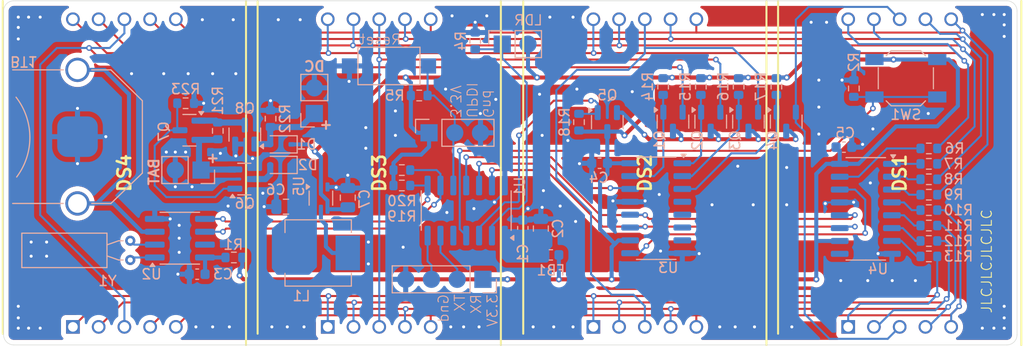
<source format=kicad_pcb>
(kicad_pcb (version 20240108) (generator "pcbnew") (generator_version "8.0")
  (layers (0 "F.Cu" signal) (31 "B.Cu" signal) (34 "B.Paste" user) (35 "F.Paste" user) (36 "B.SilkS" user "B.Silkscreen") (37 "F.SilkS" user "F.Silkscreen") (38 "B.Mask" user) (39 "F.Mask" user) (44 "Edge.Cuts" user))
  (net 0 "")
  (net 1 "GND")
  (net 2 "Net-(BT1-+)")
  (net 3 "/LDO_IN")
  (net 4 "/PWR")
  (net 5 "+3.3V")
  (net 6 "Net-(DS1-COMMON_ANODE_1)")
  (net 7 "/symb_C")
  (net 8 "/symb_A")
  (net 9 "/symb_B")
  (net 10 "/symb_D")
  (net 11 "/symb_E")
  (net 12 "/symb_G")
  (net 13 "/symb_DP")
  (net 14 "/symb_F")
  (net 15 "Net-(DS2-COMMON_ANODE_1)")
  (net 16 "Net-(DS3-COMMON_ANODE_1)")
  (net 17 "Net-(DS4-COMMON_ANODE_1)")
  (net 18 "RST_UPDI")
  (net 19 "Net-(U5-L)")
  (net 20 "/INDICATOR_PWR")
  (net 21 "/dig_1")
  (net 22 "/dig_2")
  (net 23 "/dig_3")
  (net 24 "/dig_4")
  (net 25 "BRIGHTNESS")
  (net 26 "BUTTON")
  (net 27 "ADC")
  (net 28 "Net-(U4-QA)")
  (net 29 "Net-(U4-QB)")
  (net 30 "Net-(U4-QC)")
  (net 31 "Net-(U4-QD)")
  (net 32 "Net-(U4-QE)")
  (net 33 "Net-(U4-QF)")
  (net 34 "Net-(U4-QG)")
  (net 35 "Net-(U4-QH)")
  (net 36 "/SIG_SHCP")
  (net 37 "/SIG_SDA")
  (net 39 "/SIG_UART_RX")
  (net 40 "/SIG_UART_TX")
  (net 41 "/SIG_DS")
  (net 42 "/SIG_STCP")
  (net 43 "/SIG_SCL")
  (net 44 "Net-(U2-OSCO)")
  (net 45 "Net-(U2-OSCI)")
  (net 47 "/SIG_DATA_OUT")
  (net 53 "Net-(U2-VDD)")
  (net 54 "Net-(BT2-+)")
  (net 55 "Net-(D1-A)")
  (net 56 "Net-(D2-A)")
  (net 57 "Net-(Q6-G)")
  (net 58 "Net-(Q7-G)")
  (footprint "SA10-21SURKWA:DIP3040W75P254L2400H1050Q10N" (layer "F.Cu") (at 118.42 78.018 90)
    (property "Reference" "DS4")
    (property "Value" "SA10-21SURKWA" (hide yes))
  )
  (footprint "SA10-21SURKWA:DIP3040W75P254L2400H1050Q10N" (layer "F.Cu") (at 143.566 78.018 90)
    (property "Reference" "DS3")
    (property "Value" "SA10-21SURKWA" (hide yes))
  )
  (footprint "SA10-21SURKWA:DIP3040W75P254L2400H1050Q10N" (layer "F.Cu") (at 194.92 78.018 90)
    (property "Reference" "DS1")
    (property "Value" "SA10-21SURKWA" (hide yes))
  )
  (footprint "SA10-21SURKWA:DIP3040W75P254L2400H1050Q10N" (layer "F.Cu") (at 169.774 78.018 90)
    (property "Reference" "DS2")
    (property "Value" "SA10-21SURKWA" (hide yes))
  )
  (footprint "Resistor_SMD:R_0603_1608Metric" (layer "B.Cu") (at 132.842 72.644 90)
    (property "Reference" "R22")
    (property "Value" "100k")
  )
  (footprint "Resistor_SMD:R_0603_1608Metric" (layer "B.Cu") (at 197.798 86.254)
    (property "Reference" "R13")
    (property "Value" "220")
  )
  (footprint "Package_TO_SOT_SMD:SOT-23" (layer "B.Cu") (at 130.2535 78.613)
    (property "Reference" "Q6")
    (property "Value" "AO3401A")
  )
  (footprint "Resistor_SMD:R_0603_1608Metric" (layer "B.Cu") (at 163.276 72.986 -90)
    (property "Reference" "R18")
    (property "Value" "10k")
  )
  (footprint "Diode_SMD:D_SOD-323" (layer "B.Cu") (at 133.858 75.184 180)
    (property "Reference" "D1")
    (property "Value" "BAT60A")
  )
  (footprint "Resistor_SMD:R_0603_1608Metric" (layer "B.Cu") (at 182.753 69.469 90)
    (property "Reference" "R17")
    (property "Value" "10k")
  )
  (footprint "Inductor_SMD:L_Vishay_IHLP-2525" (layer "B.Cu") (at 137.541 85.913)
    (property "Reference" "L1")
    (property "Value" "4u7")
  )
  (footprint "Package_TO_SOT_SMD:Texas_R-PDSO-G6" (layer "B.Cu") (at 137.81 80.495 -90)
    (property "Reference" "U5")
    (property "Value" "TPS61221DCK")
  )
  (footprint "Package_TO_SOT_SMD:SOT-23" (layer "B.Cu") (at 176.274333 72.9375 -90)
    (property "Reference" "Q2")
    (property "Value" "BC807")
  )
  (footprint "Package_TO_SOT_SMD:SOT-23" (layer "B.Cu") (at 183.723 72.9375 -90)
    (property "Reference" "Q4")
    (property "Value" "BC807")
  )
  (footprint "Resistor_SMD:R_0603_1608Metric" (layer "B.Cu") (at 197.798 83.206)
    (property "Reference" "R11")
    (property "Value" "220")
  )
  (footprint "Resistor_SMD:R_0603_1608Metric" (layer "B.Cu") (at 175.302333 69.469 90)
    (property "Reference" "R15")
    (property "Value" "10k")
  )
  (footprint "Resistor_SMD:R_0603_1608Metric" (layer "B.Cu") (at 124.46 71.12)
    (property "Reference" "R23")
    (property "Value" "100k")
  )
  (footprint "Resistor_SMD:R_0603_1608Metric" (layer "B.Cu") (at 147.51 70.358)
    (property "Reference" "R5")
    (property "Value" "10k")
  )
  (footprint "Resistor_SMD:R_0603_1608Metric" (layer "B.Cu") (at 197.798 81.682)
    (property "Reference" "R10")
    (property "Value" "220")
  )
  (footprint "Inductor_SMD:L_0603_1608Metric" (layer "B.Cu") (at 160.5025 86.106 180)
    (property "Reference" "FB1")
    (property "Value" "FerriteBead")
  )
  (footprint "Button_Switch_SMD:SW_SPST_SKQG_WithoutStem" (layer "B.Cu") (at 195.528 68.652)
    (property "Reference" "SW1")
    (property "Value" "SW_Push")
  )
  (footprint "Capacitor_SMD:C_0805_2012Metric" (layer "B.Cu") (at 140.462 80.452 90)
    (property "Reference" "C7")
    (property "Value" "10u")
  )
  (footprint "Resistor_SMD:R_0603_1608Metric" (layer "B.Cu") (at 145.796 77.724 180)
    (property "Reference" "R20")
    (property "Value" "2k2")
  )
  (footprint "Connector_PinHeader_2.54mm:PinHeader_1x04_P2.54mm_Vertical" (layer "B.Cu") (at 153.797 88.519 90)
    (property "Reference" "J3" (hide yes))
    (property "Value" "Conn_01x04")
  )
  (footprint "Capacitor_SMD:C_0603_1608Metric" (layer "B.Cu") (at 165.308 77.05 180)
    (property "Reference" "C4")
    (property "Value" "100nF")
  )
  (footprint "Package_TO_SOT_SMD:SOT-23" (layer "B.Cu") (at 166.07 72.986 -90)
    (property "Reference" "Q5")
    (property "Value" "BC807")
  )
  (footprint "Package_SO:SOIC-14_3.9x8.7mm_P1.27mm" (layer "B.Cu") (at 152.146 81.723 90)
    (property "Reference" "U1")
    (property "Value" "ATtiny414-SS")
  )
  (footprint "Connector_PinHeader_2.54mm:PinHeader_1x02_P2.54mm_Vertical" (layer "B.Cu") (at 137.16 72.136)
    (property "Reference" "J2" (hide yes))
    (property "Value" "DC")
  )
  (footprint "CR1220D-011:CR1220D-011" (layer "B.Cu") (at 113.792 74.622 -90)
    (property "Reference" "BT1")
    (property "Value" "Battery_Cell")
  )
  (footprint "Package_SO:SO-16_3.9x9.9mm_P1.27mm" (layer "B.Cu") (at 191.575 81.555 180)
    (property "Reference" "U4")
    (property "Value" "74HC595")
  )
  (footprint "Resistor_SMD:R_0603_1608Metric" (layer "B.Cu") (at 197.798 84.73)
    (property "Reference" "R12")
    (property "Value" "220")
  )
  (footprint "Package_TO_SOT_SMD:SOT-23" (layer "B.Cu") (at 179.998666 72.9375 -90)
    (property "Reference" "Q3")
    (property "Value" "BC807")
  )
  (footprint "Package_TO_SOT_SMD:SOT-23" (layer "B.Cu") (at 124.841 73.787 180)
    (property "Reference" "Q7")
    (property "Value" "AO3401A")
  )
  (footprint "Resistor_SMD:R_0603_1608Metric" (layer "B.Cu") (at 197.798 78.634)
    (property "Reference" "R8")
    (property "Value" "220")
  )
  (footprint "Package_TO_SOT_SMD:SOT-23" (layer "B.Cu") (at 130.302 74.2165 90)
    (property "Reference" "Q8")
    (property "Value" "AO3400A")
  )
  (footprint "Connector_PinHeader_2.54mm:PinHeader_1x03_P2.54mm_Vertical" (layer "B.Cu") (at 148.478 74.041 -90)
    (property "Reference" "J1" (hide yes))
    (property "Value" "UPDI")
  )
  (footprint "Connector_PinHeader_2.54mm:PinHeader_1x02_P2.54mm_Vertical" (layer "B.Cu") (at 125.984 77.724 90)
    (property "Reference" "BT2" (hide yes))
    (property "Value" "Battery")
  )
  (footprint "Button_Switch_SMD:SW_SPST_CK_RS282G05A3" (layer "B.Cu") (at 144.526 67.437 180)
    (property "Reference" "SW2" (hide yes))
    (property "Value" "SW_Reset")
  )
  (footprint "Resistor_SMD:R_0603_1608Metric" (layer "B.Cu") (at 179.027666 69.469 90)
    (property "Reference" "R16")
    (property "Value" "10k")
  )
  (footprint "Resistor_SMD:R_0603_1608Metric" (layer "B.Cu") (at 197.798 77.11)
    (property "Reference" "R7")
    (property "Value" "220")
  )
  (footprint "Package_SO:SOIC-8_3.9x4.9mm_P1.27mm" (layer "B.Cu") (at 123.89 84.455)
    (property "Reference" "U2")
    (property "Value" "PCF8523T")
  )
  (footprint "Diode_SMD:D_SOD-323" (layer "B.Cu") (at 133.858 77.216 180)
    (property "Reference" "D2")
    (property "Value" "BAT60A")
  )
  (footprint "Connector_PinHeader_2.54mm:PinHeader_1x02_P2.54mm_Vertical" (layer "B.Cu") (at 155.702 65.278 -90)
    (property "Reference" "R3" (hide yes))
    (property "Value" "R_Photo")
  )
  (footprint "Crystal:Crystal_C38-LF_D3.0mm_L8.0mm_Horizontal" (layer "B.Cu") (at 118.999 86.609 90)
    (property "Reference" "Y1")
    (property "Value" "32.768Hz")
  )
  (footprint "Resistor_SMD:R_0603_1608Metric" (layer "B.Cu") (at 153.035 64.961 -90)
    (property "Reference" "R4")
    (property "Value" "10k")
  )
  (footprint "Resistor_SMD:R_0603_1608Metric" (layer "B.Cu") (at 171.577 69.469 90)
    (property "Reference" "R14")
    (property "Value" "10k")
  )
  (footprint "Resistor_SMD:R_0603_1608Metric" (layer "B.Cu") (at 127.635 73.851 90)
    (property "Reference" "R21")
    (property "Value" "100k")
  )
  (footprint "Resistor_SMD:R_0603_1608Metric" (layer "B.Cu") (at 197.798 80.158)
    (property "Reference" "R9")
    (property "Value" "220")
  )
  (footprint "Capacitor_SMD:C_0805_2012Metric" (layer "B.Cu") (at 134.366 81.341 180)
    (property "Reference" "C6")
    (property "Value" "10u")
  )
  (footprint "Package_SO:SO-16_3.9x9.9mm_P1.27mm" (layer "B.Cu") (at 170.896 81.495 180)
    (property "Reference" "U3")
    (property "Value" "74HC595")
  )
  (footprint "Capacitor_SMD:C_0603_1608Metric" (layer "B.Cu") (at 125.603 88.011 180)
    (property "Reference" "C3")
    (property "Value" "100nF")
  )
  (footprint "Resistor_SMD:R_0603_1608Metric" (layer "B.Cu") (at 197.798 75.586)
    (property "Reference" "R6")
    (property "Value" "220")
  )
  (footprint "Resistor_SMD:R_0603_1608Metric" (layer "B.Cu") (at 129.222 86.36 180)
    (property "Reference" "R1")
    (property "Value" "100k")
  )
  (footprint "Package_TO_SOT_SMD:SOT-23" (layer "B.Cu") (at 172.55 72.9375 -90)
    (property "Reference" "Q1")
    (property "Value" "BC807")
  )
  (footprint "Resistor_SMD:R_0603_1608Metric" (layer "B.Cu") (at 190.396 69.659 -90)
    (property "Reference" "R2")
    (property "Value" "10k")
  )
  (footprint "Capacitor_SMD:C_0603_1608Metric" (layer "B.Cu") (at 157.734 83.436 90)
    (property "Reference" "C1")
    (property "Value" "100nF")
  )
  (footprint "Capacitor_SMD:C_0603_1608Metric" (layer "B.Cu") (at 189.416 75.459)
    (property "Reference" "C5")
    (property "Value" "100nF")
  )
  (footprint "Capacitor_SMD:C_0805_2012Metric" (layer "B.Cu") (at 159.512 83.502 90)
    (property "Reference" "C2")
    (property "Value" "4.7uF")
  )
  (footprint "Resistor_SMD:R_0603_1608Metric" (layer "B.Cu") (at 145.796 79.248 180)
    (property "Reference" "R19")
    (property "Value" "2k2")
  )
  (gr_line (start 107.5 61) (end 205.5 61) (stroke (width 0.05)) (layer "Edge.Cuts"))
  (gr_arc (start 107.5 95) (mid 106.792893 94.707107) (end 106.5 94) (stroke (width 0.05)) (layer "Edge.Cuts"))
  (gr_arc (start 206.5 94) (mid 206.207107 94.707107) (end 205.5 95) (stroke (width 0.05)) (layer "Edge.Cuts"))
  (gr_line (start 106.5 94) (end 106.5 62) (stroke (width 0.05)) (layer "Edge.Cuts"))
  (gr_arc (start 106.5 62) (mid 106.792893 61.292893) (end 107.5 61) (stroke (width 0.05)) (layer "Edge.Cuts"))
  (gr_line (start 205.5 95) (end 107.5 95) (stroke (width 0.05)) (layer "Edge.Cuts"))
  (gr_arc (start 205.5 61) (mid 206.207107 61.292893) (end 206.5 62) (stroke (width 0.05)) (layer "Edge.Cuts"))
  (gr_line (start 206.5 62) (end 206.5 94) (stroke (width 0.05)) (layer "Edge.Cuts"))
  (gr_text "+" (at 127.889 77.089 0) (layer "B.SilkS") (effects (font (size 1 1) (thickness 0.2) (bold yes)) (justify left bottom mirror)))
  (gr_text "Gnd\nUPDI\n3.3V\n" (at 150.495 72.644 270) (layer "B.SilkS") (effects (font (size 1 1) (thickness 0.1)) (justify left bottom mirror)))
  (gr_text "BAT" (at 121.92 76.454 90) (layer "B.SilkS") (effects (font (size 1 1) (thickness 0.2) (bold yes)) (justify left bottom mirror)))
  (gr_text "Reset" (at 145.796 65.405 0) (layer "B.SilkS") (effects (font (size 1 1) (thickness 0.1)) (justify left bottom mirror)))
  (gr_text "DC" (at 138.303 68.072 0) (layer "B.SilkS") (effects (font (size 1 1) (thickness 0.2) (bold yes)) (justify left bottom mirror)))
  (gr_text "+" (at 139.065 73.787 0) (layer "B.SilkS") (effects (font (size 1 1) (thickness 0.2) (bold yes)) (justify left bottom mirror)))
  (gr_text "LDR" (at 159.766 63.5 0) (layer "B.SilkS") (effects (font (size 1 1) (thickness 0.125)) (justify left bottom mirror)))
  (gr_text "Gnd\nTX\nRX\n3.3V" (at 155.321 89.916 90) (layer "B.SilkS") (effects (font (size 1 1) (thickness 0.1)) (justify left bottom mirror)))
  (gr_text "JLCJLCJLCJLC" (at 204.089 91.948 90) (layer "F.SilkS") (effects (font (size 1 1) (thickness 0.1)) (justify left bottom)))
  (via (at 142.494 84.836) (size 0.56) (drill 0.3) (layers "F.Cu" "B.Cu") (net 1))
  (via (at 110.109 62.611) (size 0.56) (drill 0.3) (layers "F.Cu" "B.Cu") (net 1))
  (via (at 203.073 93.345) (size 0.56) (drill 0.3) (layers "F.Cu" "B.Cu") (net 1))
  (via (at 168.529 69.977) (size 0.56) (drill 0.3) (layers "F.Cu" "B.Cu") (net 1))
  (via (at 204.216 62.357) (size 0.56) (drill 0.3) (layers "F.Cu" "B.Cu") (net 1))
  (via (at 159.766 79.756) (size 0.56) (drill 0.3) (layers "F.Cu" "B.Cu") (net 1))
  (via (at 171.196 80.137) (size 0.56) (drill 0.3) (layers "F.Cu" "B.Cu") (net 1))
  (via (at 196.469 88.646) (size 0.56) (drill 0.3) (layers "F.Cu" "B.Cu") (net 1))
  (via (at 123.698 88.011) (size 0.56) (drill 0.3) (layers "F.Cu" "B.Cu") (net 1))
  (via (at 133.604 62.865) (size 0.56) (drill 0.3) (layers "F.Cu" "B.Cu") (net 1))
  (via (at 132.08 80.01) (size 0.56) (drill 0.3) (layers "F.Cu" "B.Cu") (net 1))
  (via (at 175.133 85.979) (size 0.56) (drill 0.3) (layers "F.Cu" "B.Cu") (net 1))
  (via (at 128.651 81.28) (size 0.56) (drill 0.3) (layers "F.Cu" "B.Cu") (net 1))
  (via (at 136.144 93.218) (size 0.56) (drill 0.3) (layers "F.Cu" "B.Cu") (net 1))
  (via (at 159.639 74.295) (size 0.56) (drill 0.3) (layers "F.Cu" "B.Cu") (net 1))
  (via (at 205.232 91.186) (size 0.56) (drill 0.3) (layers "F.Cu" "B.Cu") (net 1))
  (via (at 127.127 93.218) (size 0.56) (drill 0.3) (layers "F.Cu" "B.Cu") (net 1))
  (via (at 158.75 93.218) (size 0.56) (drill 0.3) (layers "F.Cu" "B.Cu") (net 1))
  (via (at 163.322 77.089) (size 0.56) (drill 0.3) (layers "F.Cu" "B.Cu") (net 1))
  (via (at 107.95 63.627) (size 0.56) (drill 0.3) (layers "F.Cu" "B.Cu") (net 1))
  (via (at 153.035 63.119) (size 0.56) (drill 0.3) (layers "F.Cu" "B.Cu") (net 1))
  (via (at 123.444 79.375) (size 0.56) (drill 0.3) (layers "F.Cu" "B.Cu") (net 1))
  (via (at 150.749 62.484) (size 0.56) (drill 0.3) (layers "F.Cu" "B.Cu") (net 1))
  (via (at 132.842 70.866) (size 0.56) (drill 0.3) (layers "F.Cu" "B.Cu") (net 1))
  (via (at 116.586 74.422) (size 0.56) (drill 0.3) (layers "F.Cu" "B.Cu") (net 1))
  (via (at 205.232 93.345) (size 0.56) (drill 0.3) (layers "F.Cu" "B.Cu") (net 1))
  (via (at 154.178 62.484) (size 0.56) (drill 0.3) (layers "F.Cu" "B.Cu") (net 1))
  (via (at 162.179 74.803) (size 0.56) (drill 0.3) (layers "F.Cu" "B.Cu") (net 1))
  (via (at 153.416 93.218) (size 0.56) (drill 0.3) (layers "F.Cu" "B.Cu") (net 1))
  (via (at 191.262 75.184) (size 0.56) (drill 0.3) (layers "F.Cu" "B.Cu") (net 1))
  (via (at 134.493 93.218) (size 0.56) (drill 0.3) (layers "F.Cu" "B.Cu") (net 1))
  (via (at 192.278 73.66) (size 0.56) (drill 0.3) (layers "F.Cu" "B.Cu") (net 1))
  (via (at 127.127 68.199) (size 0.56) (drill 0.3) (layers "F.Cu" "B.Cu") (net 1))
  (via (at 187.579 81.026) (size 0.56) (drill 0.3) (layers "F.Cu" "B.Cu") (net 1))
  (via (at 150.114 69.723) (size 0.56) (drill 0.3) (layers "F.Cu" "B.Cu") (net 1))
  (via (at 186.944 74.168) (size 0.56) (drill 0.3) (layers "F.Cu" "B.Cu") (net 1))
  (via (at 145.923 85.344) (size 0.56) (drill 0.3) (layers "F.Cu" "B.Cu") (net 1))
  (via (at 178.943 77.343) (size 0.56) (drill 0.3) (layers "F.Cu" "B.Cu") (net 1))
  (via (at 128.778 93.218) (size 0.56) (drill 0.3) (layers "F.Cu" "B.Cu") (net 1))
  (via (at 110.744 86.233) (size 0.56) (drill 0.3) (layers "F.Cu" "B.Cu") (net 1))
  (via (at 122.301 68.199) (size 0.56) (drill 0.3) (layers "F.Cu" "B.Cu") (net 1))
  (via (at 124.714 68.199) (size 0.56) (drill 0.3) (layers "F.Cu" "B.Cu") (net 1))
  (via (at 142.24 75.565) (size 0.56) (drill 0.3) (layers "F.Cu" "B.Cu") (net 1))
  (via (at 139.319 79.436) (size 0.56) (drill 0.3) (layers "F.Cu" "B.Cu") (net 1))
  (via (at 145.161 71.882) (size 0.56) (drill 0.3) (layers "F.Cu" "B.Cu") (net 1))
  (via (at 132.969 93.218) (size 0.56) (drill 0.3) (layers "F.Cu" "B.Cu") (net 1))
  (via (at 129.413 76.327) (size 0.56) (drill 0.3) (layers "F.Cu" "B.Cu") (net 1))
  (via (at 205.232 62.357) (size 0.56) (drill 0.3) (layers "F.Cu" "B.Cu") (net 1))
  (via (at 192.024 78.994) (size 0.56) (drill 0.3) (layers "F.Cu" "B.Cu") (net 1))
  (via (at 183.769 81.153) (size 0.56) (drill 0.3) (layers "F.Cu" "B.Cu") (net 1))
  (via (at 108.966 93.345) (size 0.56) (drill 0.3) (layers "F.Cu" "B.Cu") (net 1))
  (via (at 108.966 62.611) (size 0.56) (drill 0.3) (layers "F.Cu" "B.Cu") (net 1))
  (via (at 110.744 84.836) (size 0.56) (drill 0.3) (layers "F.Cu" "B.Cu") (net 1))
  (via (at 191.77 88.646) (size 0.56) (drill 0.3) (layers "F.Cu" "B.Cu") (net 1))
  (via (at 176.403 81.153) (size 0.56) (drill 0.3) (layers "F.Cu" "B.Cu") (net 1))
  (via (at 122.555 75.946) (size 0.56) (drill 0.3) (layers "F.Cu" "B.Cu") (net 1))
  (via (at 189.23 68.834) (size 0.56) (drill 0.3) (layers "F.Cu" "B.Cu") (net 1))
  (via (at 162.941 82.804) (size 0.56) (drill 0.3) (layers "F.Cu" "B.Cu") (net 1))
  (via (at 186.182 63.119) (size 0.56) (drill 0.3) (layers "F.Cu" "B.Cu") (net 1))
  (via (at 205.232 64.516) (size 0.56) (drill 0.3) (layers "F.Cu" "B.Cu") (net 1))
  (via (at 127.889 76.073) (size 0.56) (drill 0.3) (layers "F.Cu" "B.Cu") (net 1))
  (via (at 109.22 84.836) (size 0.56) (drill 0.3) (layers "F.Cu" "B.Cu") (net 1))
  (via (at 205.232 63.373) (size 0.56) (drill 0.3) (layers "F.Cu" "B.Cu") (net 1))
  (via (at 178.689 93.218) (size 0.56) (drill 0.3) (layers "F.Cu" "B.Cu") (net 1))
  (via (at 142.494 86.995) (size 0.56) (drill 0.3) (layers "F.Cu" "B.Cu") (net 1))
  (via (at 162.687 93.218) (size 0.56) (drill 0.3) (layers "F.Cu" "B.Cu") (net 1))
  (via (at 194.183 88.646) (size 0.56) (drill 0.3) (layers "F.Cu" "B.Cu") (net 1))
  (via (at 140.589 68.961) (size 0.56) (drill 0.3) (layers "F.Cu" "B.Cu") (net 1))
  (via (at 183.769 77.47) (size 0.56) (drill 0.3) (layers "F.Cu" "B.Cu") (net 1))
  (via (at 135.763 62.865) (size 0.56) (drill 0.3) (layers "F.Cu" "B.Cu") (net 1))
  (via (at 132.207 81.341) (size 0.56) (drill 0.3) (layers "F.Cu" "B.Cu") (net 1))
  (via (at 184.277 93.218) (size 0.56) (drill 0.3) (layers "F.Cu" "B.Cu") (net 1))
  (via (at 162.687 62.611) (size 0.56) (drill 0.3) (layers "F.Cu" "B.Cu") (net 1))
  (via (at 161.417 81.28) (size 0.56) (drill 0.3) (layers "F.Cu" "B.Cu") (net 1))
  (via (at 123.825 83.185) (size 0.56) (drill 0.3) (layers "F.Cu" "B.Cu") (net 1))
  (via (at 123.825 85.852) (size 0.56) (drill 0.3) (layers "F.Cu" "B.Cu") (net 1))
  (via (at 180.467 81.153) (size 0.56) (drill 0.3) (layers "F.Cu" "B.Cu") (net 1))
  (via (at 189.103 88.646) (size 0.56) (drill 0.3) (layers "F.Cu" "B.Cu") (net 1))
  (via (at 158.242 81.534) (size 0.56) (drill 0.3) (layers "F.Cu" "B.Cu") (net 1))
  (via (at 113.792 77.089) (size 0.56) (drill 0.3) (layers "F.Cu" "B.Cu") (net 1))
  (via (at 169.799 80.772) (size 0.56) (drill 0.3) (layers "F.Cu" "B.Cu") (net 1))
  (via (at 197.739 72.136) (size 0.56) (drill 0.3) (layers "F.Cu" "B.Cu") (net 1))
  (via (at 159.385 70.231) (size 0.56) (drill 0.3) (layers "F.Cu" "B.Cu") (net 1))
  (via (at 171.323 85.725) (size 0.56) (drill 0.3) (layers "F.Cu" "B.Cu") (net 1))
  (via (at 204.216 93.345) (size 0.56) (drill 0.3) (layers "F.Cu" "B.Cu") (net 1))
  (via (at 123.825 84.455) (size 0.56) (drill 0.3) (layers "F.Cu" "B.Cu") (net 1))
  (via (at 205.232 92.329) (size 0.56) (drill 0.3) (layers "F.Cu" "B.Cu") (net 1))
  (via (at 187.706 63.119) (size 0.56) (drill 0.3) (layers "F.Cu" "B.Cu") (net 1))
  (via (at 153.543 72.136) (size 0.56) (drill 0.3) (layers "F.Cu" "B.Cu") (net 1))
  (via (at 123.444 75.946) (size 0.56) (drill 0.3) (layers "F.Cu" "B.Cu") (net 1))
  (via (at 159.639 81.407) (size 0.56) (drill 0.3) (layers "F.Cu" "B.Cu") (net 1))
  (via (at 203.073 62.357) (size 0.56) (drill 0.3) (layers "F.Cu" "B.Cu") (net 1))
  (via (at 177.165 93.218) (size 0.56) (drill 0.3) (layers "F.Cu" "B.Cu") (net 1))
  (via (at 129.159 62.865) (size 0.56) (drill 0.3) (layers "F.Cu" "B.Cu") (net 1))
  (via (at 125.095 79.375) (size 0.56) (drill 0.3) (layers "F.Cu" "B.Cu") (net 1))
  (via (at 160.401 62.611) (size 0.56) (drill 0.3) (layers "F.Cu" "B.Cu") (net 1))
  (via (at 152.908 81.534) (size 0.56) (drill 0.3) (layers "F.Cu" "B.Cu") (net 1))
  (via (at 107.95 93.345) (size 0.56) (drill 0.3) (layers "F.Cu" "B.Cu") (net 1))
  (via (at 109.22 86.233) (size 0.56) (drill 0.3) (layers "F.Cu" "B.Cu") (net 1))
  (via (at 186.944 68.834) (size 0.56) (drill 0.3) (layers "F.Cu" "B.Cu") (net 1))
  (via (at 107.95 62.611) (size 0.56) (drill 0.3) (layers "F.Cu" "B.Cu") (net 1))
  (via (at 190.373 80.899) (size 0.56) (drill 0.3) (layers "F.Cu" "B.Cu") (net 1))
  (via (at 131.064 76.581) (size 0.56) (drill 0.3) (layers "F.Cu" "B.Cu") (net 1))
  (via (at 107.95 92.329) (size 0.56) (drill 0.3) (layers "F.Cu" "B.Cu") (net 1))
  (via (at 129.413 68.199) (size 0.56) (drill 0.3) (layers "F.Cu" "B.Cu") (net 1))
  (via (at 154.932091 80.891091) (size 0.56) (drill 0.3) (layers "F.Cu" "B.Cu") (net 1))
  (via (at 160.782 93.218) (size 0.56) (drill 0.3) (layers "F.Cu" "B.Cu") (net 1))
  (via (at 110.109 93.345) (size 0.56) (drill 0.3) (layers "F.Cu" "B.Cu") (net 1))
  (via (at 107.95 64.77) (size 0.56) (drill 0.3) (layers "F.Cu" "B.Cu") (net 1))
  (via (at 119.126 68.199) (size 0.56) (drill 0.3) (layers "F.Cu" "B.Cu") (net 1))
  (via (at 107.95 91.186) (size 0.56) (drill 0.3) (layers "F.Cu" "B.Cu") (net 1))
  (via (at 145.161 74.295) (size 0.56) (drill 0.3) (layers "F.Cu" "B.Cu") (net 1))
  (via (at 140.462 78.232) (size 0.56) (drill 0.3) (layers "F.Cu" "B.Cu") (net 1))
  (via (at 163.068 69.723) (size 0.56) (drill 0.3) (layers "F.Cu" "B.Cu") (net 1))
  (via (at 166.624 80.772) (size 0.56) (drill 0.3) (layers "F.Cu" "B.Cu") (net 1))
  (via (at 150.622 93.218) (size 0.56) (drill 0.3) (layers "F.Cu" "B.Cu") (net 1))
  (via (at 126.238 71.12) (size 0.56) (drill 0.3) (layers "F.Cu" "B.Cu") (net 1))
  (via (at 180.594 93.218) (size 0.56) (drill 0.3) (layers "F.Cu" "B.Cu") (net 1))
  (via (at 142.24 73.533) (size 0.56) (drill 0.3) (layers "F.Cu" "B.Cu") (net 1))
  (via (at 186.944 71.501) (size 0.56) (drill 0.3) (layers "F.Cu" "B.Cu") (net 1))
  (via (at 150.241 81.915) (size 0.56) (drill 0.3) (layers "F.Cu" "B.Cu") (net 1))
  (via (at 113.792 71.628) (size 0.56) (drill 0.3) (layers "F.Cu" "B.Cu") (net 1))
  (via (at 151.892 93.218) (size 0.56) (drill 0.3) (layers "F.Cu" "B.Cu") (net 1))
  (via (at 126.111 62.865) (size 0.56) (drill 0.3) (layers "F.Cu" "B.Cu") (net 1))
  (via (at 192.786 85.979) (size 0.56) (drill 0.3) (layers "F.Cu" "B.Cu") (net 1))
  (via (at 122.936 82.55) (size 0.56) (drill 0.3) (layers "F.Cu" "B.Cu") (net 1))
  (via (at 125.476 93.218) (size 0.56) (drill 0.3) (layers "F.Cu" "B.Cu") (net 1))
  (via (at 155.067 70.739) (size 0.56) (drill 0.3) (layers "F.Cu" "B.Cu") (net 1))
  (via (at 124.46 75.946) (size 0.56) (drill 0.3) (layers "F.Cu" "B.Cu") (net 1))
  (segment (start 164.533 77.05) (end 163.361 77.05) (width 0.2) (layer "B.Cu") (net 1))
  (segment (start 140.462 79.502) (end 139.385 79.502) (width 0.2) (layer "B.Cu") (net 1))
  (segment (start 129.352 76.266) (end 129.413 76.327) (width 0.2) (layer "B.Cu") (net 1))
  (segment (start 155.956 79.248) (end 155.956 79.867182) (width 0.2) (layer "B.Cu") (net 1))
  (segment (start 140.626 67.437) (end 140.626 68.924) (width 0.2) (layer "B.Cu") (net 1))
  (segment (start 153.558 72.151) (end 153.543 72.136) (width 0.2) (layer "B.Cu") (net 1))
  (segment (start 132.842 71.819) (end 132.842 70.866) (width 0.2) (layer "B.Cu") (net 1))
  (segment (start 133.416 81.341) (end 132.207 81.341) (width 0.2) (layer "B.Cu") (net 1))
  (segment (start 175.094 85.94) (end 175.133 85.979) (width 0.2) (layer "B.Cu") (net 1))
  (segment (start 129.352 75.154) (end 129.352 76.266) (width 0.2) (layer "B.Cu") (net 1))
  (segment (start 125.285 71.12) (end 126.238 71.12) (width 0.2) (layer "B.Cu") (net 1))
  (segment (start 192.807 86) (end 192.786 85.979) (width 0.2) (layer "B.Cu") (net 1))
  (segment (start 155.956 79.867182) (end 154.932091 80.891091) (width 0.2) (layer "B.Cu") (net 1))
  (segment (start 153.558 74.041) (end 153.558 72.151) (width 0.2) (layer "B.Cu") (net 1))
  (segment (start 123.444 77.724) (end 123.444 79.375) (width 0.2) (layer "B.Cu") (net 1))
  (segment (start 123.444 77.724) (end 123.444 75.946) (width 0.2) (layer "B.Cu") (net 1))
  (segment (start 169.711 80.86) (end 169.799 80.772) (width 0.2) (layer "B.Cu") (net 1))
  (segment (start 159.512 81.534) (end 159.639 81.407) (width 0.2) (layer "B.Cu") (net 1))
  (segment (start 157.734 82.661) (end 157.734 82.042) (width 0.2) (layer "B.Cu") (net 1))
  (segment (start 189 80.92) (end 187.685 80.92) (width 0.2) (layer "B.Cu") (net 1))
  (segment (start 189 80.92) (end 190.352 80.92) (width 0.2) (layer "B.Cu") (net 1))
  (segment (start 190.352 80.92) (end 190.373 80.899) (width 0.2) (layer "B.Cu") (net 1))
  (segment (start 190.191 75.459) (end 190.987 75.459) (width 0.2) (layer "B.Cu") (net 1))
  (segment (start 140.462 79.502) (end 140.462 78.232) (width 0.2) (layer "B.Cu") (net 1))
  (segment (start 124.828 88.011) (end 123.698 88.011) (width 0.2) (layer "B.Cu") (net 1))
  (segment (start 194.15 86) (end 192.807 86) (width 0.2) (layer "B.Cu") (net 1))
  (segment (start 159.512 82.552) (end 159.512 81.534) (width 0.2) (layer "B.Cu") (net 1))
  (segment (start 157.734 82.042) (end 158.242 81.534) (width 0.2) (layer "B.Cu") (net 1))
  (segment (start 139.278 79.395) (end 139.319 79.436) (width 0.2) (layer "B.Cu") (net 1))
  (segment (start 173.471 85.94) (end 175.094 85.94) (width 0.2) (layer "B.Cu") (net 1))
  (segment (start 140.626 68.924) (end 140.589 68.961) (width 0.2) (layer "B.Cu") (net 1))
  (segment (start 163.361 77.05) (end 163.322 77.089) (width 0.2) (layer "B.Cu") (net 1))
  (segment (start 139.385 79.502) (end 139.319 79.436) (width 0.2) (layer "B.Cu") (net 1))
  (segment (start 190.987 75.459) (end 191.262 75.184) (width 0.2) (layer "B.Cu") (net 1))
  (segment (start 187.685 80.92) (end 187.579 81.026) (width 0.2) (layer "B.Cu") (net 1))
  (segment (start 138.46 79.395) (end 139.278 79.395) (width 0.2) (layer "B.Cu") (net 1))
  (segment (start 168.321 80.86) (end 169.711 80.86) (width 0.2) (layer "B.Cu") (net 1))
  (segment (start 153.035 64.136) (end 153.035 63.119) (width 0.2) (layer "B.Cu") (net 1))
  (segment (start 121.415 82.55) (end 122.936 82.55) (width 0.2) (layer "B.Cu") (net 1))
  (segment (start 113.792 81.022) (end 115.701 81.022) (width 0.4) (layer "B.Cu") (net 2))
  (segment (start 118.872 77.851) (end 118.872 70.231) (width 0.4) (layer "B.Cu") (net 2))
  (segment (start 121.415 83.82) (end 120.142 83.82) (width 0.4) (layer "B.Cu") (net 2))
  (segment (start 115.701 81.022) (end 118.872 77.851) (width 0.4) (layer "B.Cu") (net 2))
  (segment (start 116.463 67.822) (end 113.792 67.822) (width 0.4) (layer "B.Cu") (net 2))
  (segment (start 118.872 70.231) (end 116.463 67.822) (width 0.4) (layer "B.Cu") (net 2))
  (segment (start 120.142 83.82) (end 117.344 81.022) (width 0.4) (layer "B.Cu") (net 2))
  (segment (start 117.344 81.022) (end 113.792 81.022) (width 0.4) (layer "B.Cu") (net 2))
  (segment (start 172.466 68.58) (end 176.149 68.58) (width 0.4) (layer "F.Cu") (net 5))
  (segment (start 159.131 68.58) (end 170.053 68.58) (width 0.4) (layer "F.Cu") (net 5))
  (segment (start 186.69 88.519) (end 166.497 88.519) (width 0.4) (layer "F.Cu") (net 5))
  (segment (start 156.21 88.519) (end 130.175 88.519) (width 0.4) (layer "F.Cu") (net 5))
  (segment (start 183.769 68.58) (end 183.896 68.58) (width 0.4) (layer "F.Cu") (net 5))
  (segment (start 171.196 68.58) (end 172.466 68.58) (width 0.4) (layer "F.Cu") (net 5))
  (segment (start 161.29 88.519) (end 156.21 88.519) (width 0.4) (layer "F.Cu") (net 5))
  (segment (start 176.149 68.58) (end 179.959 68.58) (width 0.4) (layer "F.Cu") (net 5))
  (segment (start 185.674 66.802) (end 194.31 66.802) (width 0.4) (layer "F.Cu") (net 5))
  (segment (start 146.177 68.58) (end 159.131 68.58) (width 0.4) (layer "F.Cu") (net 5))
  (segment (start 170.053 68.58) (end 176.149 68.58) (width 0.4) (layer "F.Cu") (net 5))
  (segment (start 144.526 68.58) (end 137.2235 75.8825) (width 0.4) (layer "F.Cu") (net 5))
  (segment (start 167.767 74.295) (end 170.053 72.009) (width 0.4) (layer "F.Cu") (net 5))
  (segment (start 183.896 68.58) (end 185.674 66.802) (width 0.4) (layer "F.Cu") (net 5))
  (segment (start 146.177 68.58) (end 144.526 68.58) (width 0.4) (layer "F.Cu") (net 5))
  (segment (start 166.497 88.519) (end 161.29 88.519) (width 0.4) (layer "F.Cu") (net 5))
  (segment (start 170.053 72.009) (end 170.053 68.58) (width 0.4) (layer "F.Cu") (net 5))
  (segment (start 179.959 68.58) (end 183.769 68.58) (width 0.4) (layer "F.Cu") (net 5))
  (segment (start 130.175 88.519) (end 129.794 88.138) (width 0.4) (layer "F.Cu") (net 5))
  (via (at 183.769 68.58) (size 0.6) (drill 0.3) (layers "F.Cu" "B.Cu") (net 5))
  (via (at 176.149 68.58) (size 0.56) (drill 0.3) (layers "F.Cu" "B.Cu") (net 5))
  (via (at 166.497 88.519) (size 0.6) (drill 0.3) (layers "F.Cu" "B.Cu") (net 5))
  (via (at 137.2235 75.8825) (size 0.6) (drill 0.3) (layers "F.Cu" "B.Cu") (net 5))
  (via (at 129.794 88.138) (size 0.6) (drill 0.3) (layers "F.Cu" "B.Cu") (net 5))
  (via (at 167.767 74.295) (size 0.6) (drill 0.3) (layers "F.Cu" "B.Cu") (net 5))
  (via (at 186.69 88.519) (size 0.6) (drill 0.3) (layers "F.Cu" "B.Cu") (net 5))
  (via (at 194.31 66.802) (size 0.6) (drill 0.3) (layers "F.Cu" "B.Cu") (net 5))
  (via (at 172.466 68.58) (size 0.56) (drill 0.3) (layers "F.Cu" "B.Cu") (net 5))
  (via (at 161.29 88.519) (size 0.6) (drill 0.3) (layers "F.Cu" "B.Cu") (net 5))
  (via (at 146.177 68.58) (size 0.6) (drill 0.3) (layers "F.Cu" "B.Cu") (net 5))
  (via (at 156.21 88.519) (size 0.6) (drill 0.3) (layers "F.Cu" "B.Cu") (net 5))
  (via (at 179.959 68.58) (size 0.56) (drill 0.3) (layers "F.Cu" "B.Cu") (net 5))
  (via (at 159.131 68.58) (size 0.6) (drill 0.3) (layers "F.Cu" "B.Cu") (net 5))
  (segment (start 144.971 77.724) (end 144.971 77.025) (width 0.4) (layer "B.Cu") (net 5))
  (segment (start 137.81 76.469) (end 137.81 79.395) (width 0.4) (layer "B.Cu") (net 5))
  (segment (start 166.083 77.05) (end 166.083 78.138) (width 0.4) (layer "B.Cu") (net 5))
  (segment (start 186.69 78.105) (end 187.685 77.11) (width 0.4) (layer "B.Cu") (net 5))
  (segment (start 166.07 73.9235) (end 163.3885 73.9235) (width 0.4) (layer "B.Cu") (net 5))
  (segment (start 179.959 68.58) (end 179.091666 68.58) (width 0.4) (layer "B.Cu") (net 5))
  (segment (start 163.3885 73.9235) (end 163.276 73.811) (width 0.4) (layer "B.Cu") (net 5))
  (segment (start 186.711 84.73) (end 186.69 84.709) (width 0.4) (layer "B.Cu") (net 5))
  (segment (start 199.771 66.802) (end 200.66 67.691) (width 0.4) (layer "B.Cu") (net 5))
  (segment (start 198.628 66.802) (end 199.771 66.802) (width 0.4) (layer "B.Cu") (net 5))
  (segment (start 146.685 70.358) (end 146.685 69.088) (width 0.4) (layer "B.Cu") (net 5))
  (segment (start 200.66 67.691) (end 200.66 71.374) (width 0.4) (layer "B.Cu") (net 5))
  (segment (start 166.497 85.344) (end 166.497 88.519) (width 0.4) (layer "B.Cu") (net 5))
  (segment (start 129.794 87.503) (end 130.047 87.25) (width 0.4) (layer "B.Cu") (net 5))
  (segment (start 194.564 73.406) (end 190.86 77.11) (width 0.4) (layer "B.Cu") (net 5))
  (segment (start 190.86 77.11) (end 189 77.11) (width 0.4) (layer "B.Cu") (net 5))
  (segment (start 144.971 79.248) (end 144.971 77.724) (width 0.4) (layer "B.Cu") (net 5))
  (segment (start 166.083 78.138) (end 165.354 78.867) (width 0.4) (layer "B.Cu") (net 5))
  (segment (start 137.81 79.395) (end 137.81 80.086) (width 0.4) (layer "B.Cu") (net 5))
  (segment (start 187.685 77.11) (end 189 77.11) (width 0.4) (layer "B.Cu") (net 5))
  (segment (start 166.8145 85.0265) (end 166.497 85.344) (width 0.4) (layer "B.Cu") (net 5))
  (segment (start 189 75.818) (end 188.641 75.459) (width 0.4) (layer "B.Cu") (net 5))
  (segment (start 176.149 68.58) (end 175.366333 68.58) (width 0.4) (layer "B.Cu") (net 5))
  (segment (start 186.69 88.519) (end 186.69 84.709) (width 0.4) (layer "B.Cu") (net 5))
  (segment (start 194.31 66.802) (end 198.628 66.802) (width 0.4) (layer "B.Cu") (net 5))
  (segment (start 168.321 84.67) (end 167.171 84.67) (width 0.4) (layer "B.Cu") (net 5))
  (segment (start 134.908 75.184) (end 136.525 75.184) (width 0.4) (layer "B.Cu") (net 5))
  (segment (start 200.66 71.374) (end 198.628 73.406) (width 0.4) (layer "B.Cu") (net 5))
  (segment (start 189 84.73) (end 186.711 84.73) (width 0.4) (layer "B.Cu") (net 5))
  (segment (start 146.685 73.406) (end 146.685 70.358) (width 0.4) (layer "B.Cu") (net 5))
  (segment (start 168.321 77.05) (end 166.083 77.05) (width 0.4) (layer "B.Cu") (net 5))
  (segment (start 145.796 76.2) (end 147.701 76.2) (width 0.4) (layer "B.Cu") (net 5))
  (segment (start 153.797 88.519) (end 156.21 88.519) (width 0.4) (layer "B.Cu") (net 5))
  (segment (start 147.701 76.2) (end 148.478 75.423) (width 0.4) (layer "B.Cu") (net 5))
  (segment (start 175.366333 68.58) (end 175.302333 68.644) (width 0.4) (layer "B.Cu") (net 5))
  (segment (start 198.628 73.406) (end 194.564 73.406) (width 0.4) (layer "B.Cu") (net 5))
  (segment (start 130.047 87.25) (end 130.047 86.36) (width 0.4) (layer "B.Cu") (net 5))
  (segment (start 148.478 74.041) (end 147.32 74.041) (width 0.4) (layer "B.Cu") (net 5))
  (segment (start 137.2235 75.8825) (end 137.81 76.469) (width 0.4) (layer "B.Cu") (net 5))
  (segment (start 148.478 75.423) (end 148.478 74.041) (width 0.4) (layer "B.Cu") (net 5))
  (segment (start 192.428 66.802) (end 194.31 66.802) (width 0.4) (layer "B.Cu") (net 5))
  (segment (start 138.46 81.595) (end 140.269 81.595) (width 0.4) (layer "B.Cu") (net 5))
  (segment (start 140.269 81.595) (end 140.462 81.402) (width 0.4) (layer "B.Cu") (net 5))
  (segment (start 137.81 80.086) (end 138.46 80.736) (width 0.4) (layer "B.Cu") (net 5))
  (segment (start 167.171 84.67) (end 166.8145 85.0265) (width 0.4) (layer "B.Cu") (net 5))
  (segment (start 165.354 78.867) (end 165.354 83.566) (width 0.4) (layer "B.Cu") (net 5))
  (segment (start 146.685 69.088) (end 146.177 68.58) (width 0.4) (layer "B.Cu") (net 5))
  (segment (start 144.971 77.025) (end 145.796 76.2) (width 0.4) (layer "B.Cu") (net 5))
  (segment (start 179.091666 68.58) (end 179.027666 68.644) (width 0.4) (layer "B.Cu") (net 5))
  (segment (start 158.242 67.691) (end 159.131 68.58) (width 0.4) (layer "B.Cu") (net 5))
  (segment (start 161.29 86.106) (end 161.29 88.519) (width 0.4) (layer "B.Cu") (net 5))
  (segment (start 129.794 88.138) (end 129.794 87.503) (width 0.4) (layer "B.Cu") (net 5))
  (segment (start 136.525 75.184) (end 137.2235 75.8825) (width 0.4) (layer "B.Cu") (net 5))
  (segment (start 147.32 74.041) (end 146.685 73.406) (width 0.4) (layer "B.Cu") (net 5))
  (segment (start 166.07 73.9235) (end 167.3955 73.9235) (width 0.4) (layer "B.Cu") (net 5))
  (segment (start 183.769 68.58) (end 182.817 68.58) (width 0.4) (layer "B.Cu") (net 5))
  (segment (start 165.354 83.566) (end 166.8145 85.0265) (width 0.4) (layer "B.Cu") (net 5))
  (segment (start 138.46 80.736) (end 138.46 81.595) (width 0.4) (layer "B.Cu") (net 5))
  (segment (start 172.466 68.58) (end 171.641 68.58) (width 0.4) (layer "B.Cu") (net 5))
  (segment (start 166.07 77.037) (end 166.083 77.05) (width 0.4) (layer "B.Cu") (net 5))
  (segment (start 166.07 73.9235) (end 166.07 77.037) (width 0.4) (layer "B.Cu") (net 5))
  (segment (start 182.817 68.58) (end 182.753 68.644) (width 0.4) (layer "B.Cu") (net 5))
  (segment (start 171.641 68.58) (end 171.577 68.644) (width 0.4) (layer "B.Cu") (net 5))
  (segment (start 167.3955 73.9235) (end 167.767 74.295) (width 0.4) (layer "B.Cu") (net 5))
  (segment (start 186.69 84.709) (end 186.69 78.105) (width 0.4) (layer "B.Cu") (net 5))
  (segment (start 158.242 65.278) (end 158.242 67.691) (width 0.4) (layer "B.Cu") (net 5))
  (segment (start 189 77.11) (end 189 75.818) (width 0.4) (layer "B.Cu") (net 5))
  (segment (start 193.738 94.4) (end 194.92 93.218) (width 0.2) (layer "B.Cu") (net 6))
  (segment (start 193.702 61.6) (end 194.92 62.818) (width 0.2) (layer "B.Cu") (net 6))
  (segment (start 184.673 73.04) (end 185.547 73.914) (width 0.2) (layer "B.Cu") (net 6))
  (segment (start 185.547 73.914) (end 185.547 91.948) (width 0.2) (layer "B.Cu") (net 6))
  (segment (start 185.928 61.6) (end 193.702 61.6) (width 0.2) (layer "B.Cu") (net 6))
  (segment (start 187.999 94.4) (end 193.738 94.4) (width 0.2) (layer "B.Cu") (net 6))
  (segment (start 185.547 91.948) (end 187.999 94.4) (width 0.2) (layer "B.Cu") (net 6))
  (segment (start 184.673 72) (end 184.673 62.855) (width 0.2) (layer "B.Cu") (net 6))
  (segment (start 184.673 62.855) (end 185.928 61.6) (width 0.2) (layer "B.Cu") (net 6))
  (segment (start 184.673 72) (end 184.673 73.04) (width 0.2) (layer "B.Cu") (net 6))
  (segment (start 146.177 91.44) (end 172.339 91.44) (width 0.2) (layer "F.Cu") (net 7))
  (segment (start 199.7075 91.2495) (end 199.517 91.44) (width 0.2) (layer "F.Cu") (net 7))
  (segment (start 122.738 91.44) (end 120.96 93.218) (width 0.2) (layer "F.Cu") (net 7))
  (segment (start 146.177 91.44) (end 122.738 91.44) (width 0.2) (layer "F.Cu") (net 7))
  (segment (start 199.517 91.44) (end 172.339 91.44) (width 0.2) (layer "F.Cu") (net 7))
  (via (at 172.339 91.44) (size 0.56) (drill 0.3) (layers "F.Cu" "B.Cu") (net 7))
  (via (at 199.7075 91.2495) (size 0.56) (drill 0.3) (layers "F.Cu" "B.Cu") (net 7))
  (via (at 146.177 91.44) (size 0.56) (drill 0.3) (layers "F.Cu" "B.Cu") (net 7))
  (segment (start 146.106 91.511) (end 146.106 93.218) (width 0.2) (layer "B.Cu") (net 7))
  (segment (start 172.314 93.218) (end 172.314 91.465) (width 0.2) (layer "B.Cu") (net 7))
  (segment (start 200.406 84.455) (end 200.406 90.551) (width 0.2) (layer "B.Cu") (net 7))
  (segment (start 199.157 83.206) (end 200.406 84.455) (width 0.2) (layer "B.Cu") (net 7))
  (segment (start 172.314 91.465) (end 172.339 91.44) (width 0.2) (layer "B.Cu") (net 7))
  (segment (start 197.739 93.218) (end 197.46 93.218) (width 0.2) (layer "B.Cu") (net 7))
  (segment (start 172.314 93.218) (end 172.339 93.218) (width 0.2) (layer "B.Cu") (net 7))
  (segment (start 146.177 91.44) (end 146.106 91.511) (width 0.2) (layer "B.Cu") (net 7))
  (segment (start 200.406 90.551) (end 197.739 93.218) (width 0.2) (layer "B.Cu") (net 7))
  (segment (start 198.623 83.206) (end 199.157 83.206) (width 0.2) (layer "B.Cu") (net 7))
  (segment (start 172.339 93.218) (end 172.72 92.837) (width 0.2) (layer "B.Cu") (net 7))
  (segment (start 120.96 62.818) (end 122.912 64.77) (width 0.2) (layer "F.Cu") (net 8))
  (segment (start 122.912 64.77) (end 146.177 64.77) (width 0.2) (layer "F.Cu") (net 8))
  (segment (start 201.131756 64.77) (end 172.339 64.77) (width 0.2) (layer "F.Cu") (net 8))
  (segment (start 146.177 64.77) (end 172.339 64.77) (width 0.2) (layer "F.Cu") (net 8))
  (segment (start 201.149878 64.788122) (end 201.131756 64.77) (width 0.2) (layer "F.Cu") (net 8))
  (via (at 172.339 64.77) (size 0.56) (drill 0.3) (layers "F.Cu" "B.Cu") (net 8))
  (via (at 146.177 64.77) (size 0.56) (drill 0.3) (layers "F.Cu" "B.Cu") (net 8))
  (via (at 201.149878 64.788122) (size 0.56) (drill 0.3) (layers "F.Cu" "B.Cu") (net 8))
  (segment (start 198.623 78.634) (end 202.946 74.311) (width 0.2) (layer "B.Cu") (net 8))
  (segment (start 202.946 66.675) (end 200.533 64.262) (width 0.2) (layer "B.Cu") (net 8))
  (segment (start 202.946 74.311) (end 202.946 66.675) (width 0.2) (layer "B.Cu") (net 8))
  (segment (start 172.314 64.745) (end 172.339 64.77) (width 0.2) (layer "B.Cu") (net 8))
  (segment (start 146.106 62.818) (end 146.106 64.699) (width 0.2) (layer "B.Cu") (net 8))
  (segment (start 146.106 64.699) (end 146.177 64.77) (width 0.2) (layer "B.Cu") (net 8))
  (segment (start 198.904 64.262) (end 197.46 62.818) (width 0.2) (layer "B.Cu") (net 8))
  (segment (start 172.314 62.818) (end 172.314 64.745) (width 0.2) (layer "B.Cu") (net 8))
  (segment (start 200.533 64.262) (end 198.904 64.262) (width 0.2) (layer "B.Cu") (net 8))
  (segment (start 124.817 64.135) (end 148.717 64.135) (width 0.2) (layer "F.Cu") (net 9))
  (segment (start 148.646 64.064) (end 148.717 64.135) (width 0.2) (layer "F.Cu") (net 9))
  (segment (start 174.854 62.818) (end 174.854 64.11) (width 0.2) (layer "F.Cu") (net 9))
  (segment (start 174.854 64.11) (end 174.879 64.135) (width 0.2) (layer "F.Cu") (net 9))
  (segment (start 200.914 64.135) (end 201.1155 63.9335) (width 0.2) (layer "F.Cu") (net 9))
  (segment (start 148.717 64.135) (end 174.879 64.135) (width 0.2) (layer "F.Cu") (net 9))
  (segment (start 174.879 64.135) (end 200.914 64.135) (width 0.2) (layer "F.Cu") (net 9))
  (segment (start 123.5 62.818) (end 124.817 64.135) (width 0.2) (layer "F.Cu") (net 9))
  (segment (start 148.646 62.818) (end 148.646 64.064) (width 0.2) (layer "F.Cu") (net 9))
  (via (at 201.1155 63.9335) (size 0.56) (drill 0.3) (layers "F.Cu" "B.Cu") (net 9))
  (segment (start 198.623 80.158) (end 203.581 75.2) (width 0.2) (layer "B.Cu") (net 9))
  (segment (start 203.581 75.2) (end 203.581 66.399) (width 0.2) (layer "B.Cu") (net 9))
  (segment (start 201.1155 63.9335) (end 200 62.818) (width 0.2) (layer "B.Cu") (net 9))
  (segment (start 203.581 66.399) (end 201.1155 63.9335) (width 0.2) (layer "B.Cu") (net 9))
  (segment (start 118.293 90.805) (end 141.097 90.805) (width 0.2) (layer "F.Cu") (net 10))
  (segment (start 199.1995 90.805) (end 167.259 90.805) (width 0.2) (layer "F.Cu") (net 10))
  (segment (start 115.88 93.218) (end 118.293 90.805) (width 0.2) (layer "F.Cu") (net 10))
  (segment (start 199.54875 90.45575) (end 199.1995 90.805) (width 0.2) (layer "F.Cu") (net 10))
  (segment (start 141.097 90.805) (end 167.259 90.805) (width 0.2) (layer "F.Cu") (net 10))
  (via (at 199.54875 90.45575) (size 0.56) (drill 0.3) (layers "F.Cu" "B.Cu") (net 10))
  (via (at 141.097 90.805) (size 0.56) (drill 0.3) (layers "F.Cu" "B.Cu") (net 10))
  (via (at 167.259 90.805) (size 0.56) (drill 0.3) (layers "F.Cu" "B.Cu") (net 10))
  (segment (start 167.234 93.218) (end 167.234 90.83) (width 0.2) (layer "B.Cu") (net 10))
  (segment (start 199.54875 90.45575) (end 199.771 90.2335) (width 0.2) (layer "B.Cu") (net 10))
  (segment (start 199.771 90.2335) (end 199.771 85.09) (width 0.2) (layer "B.Cu") (net 10))
  (segment (start 199.771 85.09) (end 199.411 84.73) (width 0.2) (layer "B.Cu") (net 10))
  (segment (start 192.659 93.218) (end 192.38 93.218) (width 0.2) (layer "B.Cu") (net 10))
  (segment (start 199.411 84.73) (end 198.623 84.73) (width 0.2) (layer "B.Cu") (net 10))
  (segment (start 194.31 91.567) (end 192.659 93.218) (width 0.2) (layer "B.Cu") (net 10))
  (segment (start 141.026 93.218) (end 141.026 90.876) (width 0.2) (layer "B.Cu") (net 10))
  (segment (start 198.4375 91.567) (end 194.31 91.567) (width 0.2) (layer "B.Cu") (net 10))
  (segment (start 199.54875 90.45575) (end 198.4375 91.567) (width 0.2) (layer "B.Cu") (net 10))
  (segment (start 141.026 90.876) (end 141.097 90.805) (width 0.2) (layer "B.Cu") (net 10))
  (segment (start 167.234 90.83) (end 167.259 90.805) (width 0.2) (layer "B.Cu") (net 10))
  (segment (start 116.388 90.17) (end 138.557 90.17) (width 0.2) (layer "F.Cu") (net 11))
  (segment (start 198.623 90.048) (end 198.501 90.17) (width 0.2) (layer "F.Cu") (net 11))
  (segment (start 138.557 90.17) (end 164.719 90.17) (width 0.2) (layer "F.Cu") (net 11))
  (segment (start 198.501 90.17) (end 164.719 90.17) (width 0.2) (layer "F.Cu") (net 11))
  (segment (start 113.34 93.218) (end 116.388 90.17) (width 0.2) (layer "F.Cu") (net 11))
  (via (at 198.623 90.048) (size 0.56) (drill 0.3) (layers "F.Cu" "B.Cu") (net 11))
  (via (at 138.557 90.17) (size 0.56) (drill 0.3) (layers "F.Cu" "B.Cu") (net 11))
  (via (at 164.719 90.17) (size 0.56) (drill 0.3) (layers "F.Cu" "B.Cu") (net 11))
  (segment (start 138.486 93.218) (end 138.486 90.241) (width 0.2) (layer "B.Cu") (net 11))
  (segment (start 164.694 90.195) (end 164.719 90.17) (width 0.2) (layer "B.Cu") (net 11))
  (segment (start 191.008 90.932) (end 189.84 92.1) (width 0.2) (layer "B.Cu") (net 11))
  (segment (start 138.486 90.241) (end 138.557 90.17) (width 0.2) (layer "B.Cu") (net 11))
  (segment (start 197.739 90.932) (end 191.008 90.932) (width 0.2) (layer "B.Cu") (net 11))
  (segment (start 164.694 93.218) (end 164.694 90.195) (width 0.2) (layer "B.Cu") (net 11))
  (segment (start 198.623 90.048) (end 197.739 90.932) (width 0.2) (layer "B.Cu") (net 11))
  (segment (start 198.623 90.048) (end 198.623 86.254) (width 0.2) (layer "B.Cu") (net 11))
  (segment (start 189.84 92.1) (end 189.84 93.218) (width 0.2) (layer "B.Cu") (net 11))
  (segment (start 138.557 66.167) (end 164.719 66.167) (width 0.2) (layer "F.Cu") (net 12))
  (segment (start 116.689 66.167) (end 138.557 66.167) (width 0.2) (layer "F.Cu") (net 12))
  (segment (start 201.295 66.929) (end 200.533 66.167) (width 0.2) (layer "F.Cu") (net 12))
  (segment (start 113.34 62.818) (end 116.689 66.167) (width 0.2) (layer "F.Cu") (net 12))
  (segment (start 200.533 66.167) (end 164.719 66.167) (width 0.2) (layer "F.Cu") (net 12))
  (via (at 201.295 66.929) (size 0.56) (drill 0.3) (layers "F.Cu" "B.Cu") (net 12))
  (via (at 164.719 66.167) (size 0.56) (drill 0.3) (layers "F.Cu" "B.Cu") (net 12))
  (via (at 138.557 66.167) (size 0.56) (drill 0.3) (layers "F.Cu" "B.Cu") (net 12))
  (segment (start 199.644 65.278) (end 190.881 65.278) (width 0.2) (layer "B.Cu") (net 12))
  (segment (start 138.486 66.096) (end 138.557 66.167) (width 0.2) (layer "B.Cu") (net 12))
  (segment (start 189.84 64.237) (end 189.84 62.818) (width 0.2) (layer "B.Cu") (net 12))
  (segment (start 164.694 62.818) (end 164.694 66.142) (width 0.2) (layer "B.Cu") (net 12))
  (segment (start 164.694 66.142) (end 164.719 66.167) (width 0.2) (layer "B.Cu") (net 12))
  (segment (start 190.881 65.278) (end 189.84 64.237) (width 0.2) (layer "B.Cu") (net 12))
  (segment (start 138.486 62.818) (end 138.486 66.096) (width 0.2) (layer "B.Cu") (net 12))
  (segment (start 201.676 72.533) (end 198.623 75.586) (width 0.2) (layer "B.Cu") (net 12))
  (segment (start 201.295 66.929) (end 199.644 65.278) (width 0.2) (layer "B.Cu") (net 12))
  (segment (start 201.676 67.31) (end 201.676 72.533) (width 0.2) (layer "B.Cu") (net 12))
  (segment (start 201.295 66.929) (end 201.676 67.31) (width 0.2) (layer "B.Cu") (net 12))
  (segment (start 199.898 92.075) (end 174.879 92.075) (width 0.2) (layer "F.Cu") (net 13))
  (segment (start 148.717 92.075) (end 124.643 92.075) (width 0.2) (layer "F.Cu") (net 13))
  (segment (start 200.787 91.186) (end 199.898 92.075) (width 0.2) (layer "F.Cu") (net 13))
  (segment (start 174.854 92.1) (end 174.879 92.075) (width 0.2) (layer "F.Cu") (net 13))
  (segment (start 124.643 92.075) (end 123.5 93.218) (width 0.2) (layer "F.Cu") (net 13))
  (segment (start 148.646 93.218) (end 148.646 92.146) (width 0.2) (layer "F.Cu") (net 13))
  (segment (start 148.646 92.146) (end 148.717 92.075) (width 0.2) (layer "F.Cu") (net 13))
  (segment (start 174.879 92.075) (end 148.717 92.075) (width 0.2) (layer "F.Cu") (net 13))
  (segment (start 174.854 93.218) (end 174.854 92.1) (width 0.2) (layer "F.Cu") (net 13))
  (via (at 200.787 91.186) (size 0.56) (drill 0.3) (layers "F.Cu" "B.Cu") (net 13))
  (segment (start 199.284 81.682) (end 198.623 81.682) (width 0.2) (layer "B.Cu") (net 13))
  (segment (start 200.787 91.186) (end 200.914 91.059) (width 0.2) (layer "B.Cu") (net 13))
  (segment (start 200.914 83.312) (end 199.284 81.682) (width 0.2) (layer "B.Cu") (net 13))
  (segment (start 200.787 91.186) (end 200 91.973) (width 0.2) (layer "B.Cu") (net 13))
  (segment (start 200 91.973) (end 200 93.218) (width 0.2) (layer "B.Cu") (net 13))
  (segment (start 200.914 91.059) (end 200.914 83.312) (width 0.2) (layer "B.Cu") (net 13))
  (segment (start 201.168 65.786) (end 200.787 65.405) (width 0.2) (layer "F.Cu") (net 14))
  (segment (start 115.88 62.818) (end 118.467 65.405) (width 0.2) (layer "F.Cu") (net 14))
  (segment (start 118.467 65.405) (end 140.97 65.405) (width 0.2) (layer "F.Cu") (net 14))
  (segment (start 200.787 65.405) (end 167.259 65.405) (width 0.2) (layer "F.Cu") (net 14))
  (segment (start 140.97 65.405) (end 167.259 65.405) (width 0.2) (layer "F.Cu") (net 14))
  (via (at 167.259 65.405) (size 0.56) (drill 0.3) (layers "F.Cu" "B.Cu") (net 14))
  (via (at 140.97 65.405) (size 0.56) (drill 0.3) (layers "F.Cu" "B.Cu") (net 14))
  (via (at 201.168 65.786) (size 0.56) (drill 0.3) (layers "F.Cu" "B.Cu") (net 14))
  (segment (start 192.38 64.11) (end 192.38 62.818) (width 0.2) (layer "B.Cu") (net 14))
  (segment (start 202.311 73.422) (end 202.311 66.929) (width 0.2) (layer "B.Cu") (net 14))
  (segment (start 202.311 66.929) (end 200.152 64.77) (width 0.2) (layer "B.Cu") (net 14))
  (segment (start 167.234 65.38) (end 167.259 65.405) (width 0.2) (layer "B.Cu") (net 14))
  (segment (start 141.026 65.349) (end 140.97 65.405) (width 0.2) (layer "B.Cu") (net 14))
  (segment (start 198.623 77.11) (end 202.311 73.422) (width 0.2) (layer "B.Cu") (net 14))
  (segment (start 167.234 62.818) (end 167.234 65.38) (width 0.2) (layer "B.Cu") (net 14))
  (segment (start 193.04 64.77) (end 192.38 64.11) (width 0.2) (layer "B.Cu") (net 14))
  (segment (start 141.026 62.818) (end 141.026 65.349) (width 0.2) (layer "B.Cu") (net 14))
  (segment (start 200.152 64.77) (end 193.04 64.77) (width 0.2) (layer "B.Cu") (net 14))
  (segment (start 161.036 69.85) (end 163.068 67.818) (width 0.2) (layer "B.Cu") (net 15))
  (segment (start 169.774 91.161) (end 168.656 90.043) (width 0.2) (layer "B.Cu") (net 15))
  (segment (start 180.948666 72) (end 180.948666 68.172666) (width 0.2) (layer "B.Cu") (net 15))
  (segment (start 180.948666 68.172666) (end 178.435 65.659) (width 0.2) (layer "B.Cu") (net 15))
  (segment (start 168.148 67.818) (end 169.774 66.192) (width 0.2) (layer "B.Cu") (net 15))
  (segment (start 169.774 65.659) (end 169.774 62.818) (width 0.2) (layer "B.Cu") (net 15))
  (segment (start 168.656 90.043) (end 166.497 90.043) (width 0.2) (layer "B.Cu") (net 15))
  (segment (start 164.465 81.915) (end 161.036 78.486) (width 0.2) (layer "B.Cu") (net 15))
  (segment (start 163.068 67.818) (end 168.148 67.818) (width 0.2) (layer "B.Cu") (net 15))
  (segment (start 169.774 93.218) (end 169.774 91.161) (width 0.2) (layer "B.Cu") (net 15))
  (segment (start 169.774 66.192) (end 169.774 65.659) (width 0.2) (layer "B.Cu") (net 15))
  (segment (start 161.036 78.486) (end 161.036 69.85) (width 0.2) (layer "B.Cu") (net 15))
  (segment (start 164.465 88.011) (end 164.465 81.915) (width 0.2) (layer "B.Cu") (net 15))
  (segment (start 178.435 65.659) (end 169.774 65.659) (width 0.2) (layer "B.Cu") (net 15))
  (segment (start 166.497 90.043) (end 164.465 88.011) (width 0.2) (layer "B.Cu") (net 15))
  (segment (start 176.784 66.802) (end 143.566 66.802) (width 0.2) (layer "F.Cu") (net 16))
  (via (at 143.566 66.802) (size 0.56) (drill 0.3) (layers "F.Cu" "B.Cu") (net 16))
  (via (at 176.784 66.802) (size 0.56) (drill 0.3) (layers "F.Cu" "B.Cu") (net 16))
  (segment (start 143.566 93.218) (end 143.566 66.802) (width 0.2) (layer "B.Cu") (net 16))
  (segment (start 143.566 66.802) (end 143.566 62.818) (width 0.2) (layer "B.Cu") (net 16))
  (segment (start 177.224333 67.242333) (end 176.784 66.802) (width 0.2) (layer "B.Cu") (net 16))
  (segment (start 177.224333 72) (end 177.224333 67.242333) (width 0.2) (layer "B.Cu") (net 16))
  (segment (start 136.779 66.802) (end 116.078 66.802) (width 0.2) (layer "F.Cu") (net 17))
  (segment (start 137.541 67.564) (end 136.779 66.802) (width 0.2) (layer "F.Cu") (net 17))
  (segment (start 116.078 66.802) (end 114.935 65.659) (width 0.2) (layer "F.Cu") (net 17))
  (segment (start 173.228 67.564) (end 137.541 67.564) (width 0.2) (layer "F.Cu") (net 17))
  (via (at 173.228 67.564) (size 0.56) (drill 0.3) (layers "F.Cu" "B.Cu") (net 17))
  (via (at 114.935 65.659) (size 0.56) (drill 0.3) (layers "F.Cu" "B.Cu") (net 17))
  (segment (start 114.935 65.659) (end 116.967 65.659) (width 0.2) (layer "B.Cu") (net 17))
  (segment (start 173.5 72) (end 173.5 67.836) (width 0.2) (layer "B.Cu") (net 17))
  (segment (start 118.42 93.218) (end 118.42 90.48) (width 0.2) (layer "B.Cu") (net 17))
  (segment (start 116.967 65.659) (end 118.42 64.206) (width 0.2) (layer "B.Cu") (net 17))
  (segment (start 118.42 90.48) (end 110.109 82.169) (width 0.2) (layer "B.Cu") (net 17))
  (segment (start 110.109 67.31) (end 111.76 65.659) (width 0.2) (layer "B.Cu") (net 17))
  (segment (start 173.5 67.836) (end 173.228 67.564) (width 0.2) (layer "B.Cu") (net 17))
  (segment (start 118.42 64.206) (end 118.42 62.818) (width 0.2) (layer "B.Cu") (net 17))
  (segment (start 111.76 65.659) (end 114.935 65.659) (width 0.2) (layer "B.Cu") (net 17))
  (segment (start 110.109 82.169) (end 110.109 67.31) (width 0.2) (layer "B.Cu") (net 17))
  (segment (start 150.876 74.183) (end 151.018 74.041) (width 0.2) (layer "B.Cu") (net 18))
  (segment (start 148.335 70.358) (end 148.335 67.528) (width 0.2) (layer "B.Cu") (net 18))
  (segment (start 148.971 70.358) (end 148.335 70.358) (width 0.2) (layer "B.Cu") (net 18))
  (segment (start 150.876 79.248) (end 150.876 74.183) (width 0.2) (layer "B.Cu") (net 18))
  (segment (start 151.018 74.041) (end 151.018 72.405) (width 0.2) (layer "B.Cu") (net 18))
  (segment (start 148.335 67.528) (end 148.426 67.437) (width 0.2) (layer "B.Cu") (net 18))
  (segment (start 151.018 72.405) (end 148.971 70.358) (width 0.2) (layer "B.Cu") (net 18))
  (segment (start 138.303 83.119) (end 138.303 85.278) (width 0.4) (layer "B.Cu") (net 19))
  (segment (start 137.81 81.595) (end 137.81 82.626) (width 0.4) (layer "B.Cu") (net 19))
  (segment (start 138.938 85.913) (end 140.462 85.913) (width 0.4) (layer "B.Cu") (net 19))
  (segment (start 137.81 82.626) (end 138.303 83.119) (width 0.4) (layer "B.Cu") (net 19))
  (segment (start 138.303 85.278) (end 138.938 85.913) (width 0.4) (layer "B.Cu") (net 19))
  (segment (start 173.355 74.676) (end 177.038 74.676) (width 0.4) (layer "F.Cu") (net 20))
  (segment (start 177.038 74.676) (end 180.975 74.676) (width 0.4) (layer "F.Cu") (net 20))
  (segment (start 170.18 74.676) (end 173.355 74.676) (width 0.4) (layer "F.Cu") (net 20))
  (segment (start 169.7355 74.2315) (end 170.18 74.676) (width 0.4) (layer "F.Cu") (net 20))
  (segment (start 180.975 74.676) (end 184.658 74.676) (width 0.4) (layer "F.Cu") (net 20))
  (via (at 169.7355 74.2315) (size 0.56) (drill 0.3) (layers "F.Cu" "B.Cu") (net 20))
  (via (at 173.355 74.676) (size 0.56) (drill 0.3) (layers "F.Cu" "B.Cu") (net 20))
  (via (at 184.658 74.676) (size 0.56) (drill 0.3) (layers "F.Cu" "B.Cu") (net 20))
  (via (at 180.975 74.676) (size 0.56) (drill 0.3) (layers "F.Cu" "B.Cu") (net 20))
  (via (at 177.038 74.676) (size 0.56) (drill 0.3) (layers "F.Cu" "B.Cu") (net 20))
  (segment (start 180.428 73.875) (end 179.998666 73.875) (width 0.4) (layer "B.Cu") (net 20))
  (segment (start 177.038 74.295) (end 176.618 73.875) (width 0.4) (layer "B.Cu") (net 20))
  (segment (start 180.975 74.422) (end 180.428 73.875) (width 0.4) (layer "B.Cu") (net 20))
  (segment (start 173.355 74.295) (end 172.935 73.875) (width 0.4) (layer "B.Cu") (net 20))
  (segment (start 184.658 74.676) (end 184.658 74.422) (width 0.4) (layer "B.Cu") (net 20))
  (segment (start 180.975 74.676) (end 180.975 74.422) (width 0.4) (layer "B.Cu") (net 20))
  (segment (start 169.7355 74.2315) (end 167.5525 72.0485) (width 0.4) (layer "B.Cu") (net 20))
  (segment (start 167.5525 72.0485) (end 167.02 72.0485) (width 0.4) (layer "B.Cu") (net 20))
  (segment (start 173.355 74.676) (end 173.355 74.295) (width 0.4) (layer "B.Cu") (net 20))
  (segment (start 177.038 74.676) (end 177.038 74.295) (width 0.4) (layer "B.Cu") (net 20))
  (segment (start 176.618 73.875) (end 176.274333 73.875) (width 0.4) (layer "B.Cu") (net 20))
  (segment (start 184.111 73.875) (end 183.723 73.875) (width 0.4) (layer "B.Cu") (net 20))
  (segment (start 184.658 74.422) (end 184.111 73.875) (width 0.4) (layer "B.Cu") (net 20))
  (segment (start 172.935 73.875) (end 172.55 73.875) (width 0.4) (layer "B.Cu") (net 20))
  (segment (start 171.577 71.977) (end 171.6 72) (width 0.2) (layer "B.Cu") (net 21))
  (segment (start 170.685448 78.32) (end 171.6 77.405448) (width 0.2) (layer "B.Cu") (net 21))
  (segment (start 168.321 78.32) (end 170.685448 78.32) (width 0.2) (layer "B.Cu") (net 21))
  (segment (start 171.577 70.294) (end 171.577 71.977) (width 0.2) (layer "B.Cu") (net 21))
  (segment (start 171.6 77.405448) (end 171.6 72) (width 0.2) (layer "B.Cu") (net 21))
  (segment (start 174.537 77.05) (end 175.324333 76.262667) (width 0.2) (layer "B.Cu") (net 22))
  (segment (start 175.302333 71.978) (end 175.324333 72) (width 0.2) (layer "B.Cu") (net 22))
  (segment (start 175.324333 76.262667) (end 175.324333 72) (width 0.2) (layer "B.Cu") (net 22))
  (segment (start 173.471 77.05) (end 174.537 77.05) (width 0.2) (layer "B.Cu") (net 22))
  (segment (start 175.302333 70.294) (end 175.302333 71.978) (width 0.2) (layer "B.Cu") (net 22))
  (segment (start 179.048666 73.681334) (end 179.048666 72) (width 0.2) (layer "B.Cu") (net 23))
  (segment (start 179.027666 71.979) (end 179.048666 72) (width 0.2) (layer "B.Cu") (net 23))
  (segment (start 174.41 78.32) (end 179.048666 73.681334) (width 0.2) (layer "B.Cu") (net 23))
  (segment (start 179.027666 70.294) (end 179.027666 71.979) (width 0.2) (layer "B.Cu") (net 23))
  (segment (start 173.471 78.32) (end 174.41 78.32) (width 0.2) (layer "B.Cu") (net 23))
  (segment (start 173.471 79.59) (end 174.791 79.59) (width 0.2) (layer "B.Cu") (net 24))
  (segment (start 182.753 71.98) (end 182.773 72) (width 0.2) (layer "B.Cu") (net 24))
  (segment (start 174.791 79.59) (end 178.308 76.073) (width 0.2) (layer "B.Cu") (net 24))
  (segment (start 182.773 74.021) (end 182.773 72) (width 0.2) (layer "B.Cu") (net 24))
  (segment (start 182.753 70.294) (end 182.753 71.98) (width 0.2) (layer "B.Cu") (net 24))
  (segment (start 180.721 76.073) (end 182.773 74.021) (width 0.2) (layer "B.Cu") (net 24))
  (segment (start 178.308 76.073) (end 180.721 76.073) (width 0.2) (layer "B.Cu") (net 24))
  (segment (start 160.782 70.866) (end 164.465 70.866) (width 0.2) (layer "F.Cu") (net 25))
  (segment (start 157.353 74.295) (end 160.782 70.866) (width 0.2) (layer "F.Cu") (net 25))
  (via (at 164.465 70.866) (size 0.56) (drill 0.3) (layers "F.Cu" "B.Cu") (net 25))
  (via (at 157.353 74.295) (size 0.56) (drill 0.3) (layers "F.Cu" "B.Cu") (net 25))
  (segment (start 157.353 80.772) (end 157.353 74.295) (width 0.2) (layer "B.Cu") (net 25))
  (segment (start 164.465 70.866) (end 164.846 70.866) (width 0.2) (layer "B.Cu") (net 25))
  (segment (start 153.416 83.439) (end 155.956 80.899) (width 0.2) (layer "B.Cu") (net 25))
  (segment (start 165.12 71.14) (end 165.12 72.0485) (width 0.2) (layer "B.Cu") (net 25))
  (segment (start 165.0075 72.161) (end 165.12 72.0485) (width 0.2) (layer "B.Cu") (net 25))
  (segment (start 163.276 72.161) (end 165.0075 72.161) (width 0.2) (layer "B.Cu") (net 25))
  (segment (start 164.846 70.866) (end 165.12 71.14) (width 0.2) (layer "B.Cu") (net 25))
  (segment (start 155.956 80.899) (end 157.226 80.899) (width 0.2) (layer "B.Cu") (net 25))
  (segment (start 153.416 84.198) (end 153.416 83.439) (width 0.2) (layer "B.Cu") (net 25))
  (segment (start 157.226 80.899) (end 157.353 80.772) (width 0.2) (layer "B.Cu") (net 25))
  (segment (start 188.087 75.819) (end 192.278 71.628) (width 0.2) (layer "F.Cu") (net 26))
  (segment (start 151.511 75.819) (end 188.087 75.819) (width 0.2) (layer "F.Cu") (net 26))
  (via (at 192.278 71.628) (size 0.56) (drill 0.3) (layers "F.Cu" "B.Cu") (net 26))
  (via (at 151.511 75.819) (size 0.56) (drill 0.3) (layers "F.Cu" "B.Cu") (net 26))
  (segment (start 190.414 70.502) (end 190.396 70.484) (width 0.2) (layer "B.Cu") (net 26))
  (segment (start 192.428 70.502) (end 198.628 70.502) (width 0.2) (layer "B.Cu") (net 26))
  (segment (start 152.146 84.198) (end 151.511 83.563) (width 0.2) (layer "B.Cu") (net 26))
  (segment (start 192.278 71.628) (end 192.278 70.652) (width 0.2) (layer "B.Cu") (net 26))
  (segment (start 151.511 83.563) (end 151.511 75.819) (width 0.2) (layer "B.Cu") (net 26))
  (segment (start 192.278 70.652) (end 192.428 70.502) (width 0.2) (layer "B.Cu") (net 26))
  (segment (start 192.428 70.502) (end 190.414 70.502) (width 0.2) (layer "B.Cu") (net 26))
  (segment (start 155.702 66.675) (end 155.702 65.278) (width 0.2) (layer "B.Cu") (net 27))
  (segment (start 156.337 81.534) (end 157.353 81.534) (width 0.2) (layer "B.Cu") (net 27))
  (segment (start 155.194 65.786) (end 155.702 65.278) (width 0.2) (layer "B.Cu") (net 27))
  (segment (start 154.686 83.185) (end 156.337 81.534) (width 0.2) (layer "B.Cu") (net 27))
  (segment (start 158.115 69.088) (end 155.702 66.675) (width 0.2) (layer "B.Cu") (net 27))
  (segment (start 154.686 84.198) (end 154.686 83.185) (width 0.2) (layer "B.Cu") (net 27))
  (segment (start 157.353 81.534) (end 158.115 80.772) (width 0.2) (layer "B.Cu") (net 27))
  (segment (start 158.115 80.772) (end 158.115 69.088) (width 0.2) (layer "B.Cu") (net 27))
  (segment (start 153.035 65.786) (end 155.194 65.786) (width 0.2) (layer "B.Cu") (net 27))
  (segment (start 193.654 75.586) (end 196.973 75.586) (width 0.2) (layer "B.Cu") (net 28))
  (segment (start 189 78.38) (end 190.86 78.38) (width 0.2) (layer "B.Cu") (net 28))
  (segment (start 190.86 78.38) (end 193.654 75.586) (width 0.2) (layer "B.Cu") (net 28))
  (segment (start 194.15 77.11) (end 196.973 77.11) (width 0.2) (layer "B.Cu") (net 29))
  (segment (start 194.15 78.38) (end 195.474 78.38) (width 0.2) (layer "B.Cu") (net 30))
  (segment (start 195.474 78.38) (end 195.728 78.634) (width 0.2) (layer "B.Cu") (net 30))
  (segment (start 195.728 78.634) (end 196.973 78.634) (width 0.2) (layer "B.Cu") (net 30))
  (segment (start 195.347 79.65) (end 195.855 80.158) (width 0.2) (layer "B.Cu") (net 31))
  (segment (start 195.855 80.158) (end 196.973 80.158) (width 0.2) (layer "B.Cu") (net 31))
  (segment (start 194.15 79.65) (end 195.347 79.65) (width 0.2) (layer "B.Cu") (net 31))
  (segment (start 194.15 80.92) (end 195.347 80.92) (width 0.2) (layer "B.Cu") (net 32))
  (segment (start 195.347 80.92) (end 196.109 81.682) (width 0.2) (layer "B.Cu") (net 32))
  (segment (start 196.109 81.682) (end 196.973 81.682) (width 0.2) (layer "B.Cu") (net 32))
  (segment (start 196.363 83.206) (end 196.973 83.206) (width 0.2) (layer "B.Cu") (net 33))
  (segment (start 194.15 82.19) (end 195.347 82.19) (width 0.2) (layer "B.Cu") (net 33))
  (segment (start 195.347 82.19) (end 196.363 83.206) (width 0.2) (layer "B.Cu") (net 33))
  (segment (start 196.49 84.73) (end 196.973 84.73) (width 0.2) (layer "B.Cu") (net 34))
  (segment (start 194.15 83.46) (end 195.22 83.46) (width 0.2) (layer "B.Cu") (net 34))
  (segment (start 195.22 83.46) (end 196.49 84.73) (width 0.2) (layer "B.Cu") (net 34))
  (segment (start 196.617 86.254) (end 196.973 86.254) (width 0.2) (layer "B.Cu") (net 35))
  (segment (start 195.093 84.73) (end 196.617 86.254) (width 0.2) (layer "B.Cu") (net 35))
  (segment (start 194.15 84.73) (end 195.093 84.73) (width 0.2) (layer "B.Cu") (net 35))
  (segment (start 169.799 83.312) (end 190.5 83.312) (width 0.2) (layer "F.Cu") (net 36))
  (segment (start 160.02 77.724) (end 165.608 83.312) (width 0.2) (layer "F.Cu") (net 36))
  (segment (start 154.686 77.724) (end 160.02 77.724) (width 0.2) (layer "F.Cu") (net 36))
  (segment (start 165.608 83.312) (end 169.799 83.312) (width 0.2) (layer "F.Cu") (net 36))
  (via (at 169.799 83.312) (size 0.56) (drill 0.3) (layers "F.Cu" "B.Cu") (net 36))
  (via (at 154.686 77.724) (size 0.56) (drill 0.3) (layers "F.Cu" "B.Cu") (net 36))
  (via (at 190.5 83.312) (size 0.56) (drill 0.3) (layers "F.Cu" "B.Cu") (net 36))
  (segment (start 190.5 83.312) (end 189.148 83.312) (width 0.2) (layer "B.Cu") (net 36))
  (segment (start 169.711 83.4) (end 169.799 83.312) (width 0.2) (layer "B.Cu") (net 36))
  (segment (start 154.686 79.248) (end 154.686 77.724) (width 0.2) (layer "B.Cu") (net 36))
  (segment (start 189.148 83.312) (end 189 83.46) (width 0.2) (layer "B.Cu") (net 36))
  (segment (start 168.321 83.4) (end 169.711 83.4) (width 0.2) (layer "B.Cu") (net 36))
  (segment (start 128.143 82.55) (end 128.397 82.804) (width 0.2) (layer "F.Cu") (net 37))
  (segment (start 146.177 82.804) (end 148.336 80.645) (width 0.2) (layer "F.Cu") (net 37))
  (segment (start 128.397 82.804) (end 146.177 82.804) (width 0.2) (layer "F.Cu") (net 37))
  (via (at 128.143 82.55) (size 0.56) (drill 0.3) (layers "F.Cu" "B.Cu") (net 37))
  (via (at 148.336 80.645) (size 0.56) (drill 0.3) (layers "F.Cu" "B.Cu") (net 37))
  (segment (start 128.143 82.55) (end 126.365 82.55) (width 0.2) (layer "B.Cu") (net 37))
  (segment (start 148.336 79.248) (end 146.621 79.248) (width 0.2) (layer "B.Cu") (net 37))
  (segment (start 148.336 79.248) (end 148.336 80.645) (width 0.2) (layer "B.Cu") (net 37))
  (segment (start 151.257 87.503) (end 151.257 88.519) (width 0.2) (layer "B.Cu") (net 39))
  (segment (start 149.606 85.852) (end 151.257 87.503) (width 0.2) (layer "B.Cu") (net 39))
  (segment (start 149.606 84.198) (end 149.606 85.852) (width 0.2) (layer "B.Cu") (net 39))
  (segment (start 148.717 87.122) (end 148.717 88.519) (width 0.2) (layer "B.Cu") (net 40))
  (segment (start 148.336 86.741) (end 148.717 87.122) (width 0.2) (layer "B.Cu") (net 40))
  (segment (start 148.336 84.198) (end 148.336 86.741) (width 0.2) (layer "B.Cu") (net 40))
  (segment (start 152.146 76.454) (end 160.528 76.454) (width 0.2) (layer "F.Cu") (net 41))
  (segment (start 160.528 76.454) (end 163.576 79.502) (width 0.2) (layer "F.Cu") (net 41))
  (segment (start 163.576 79.502) (end 166.37 79.502) (width 0.2) (layer "F.Cu") (net 41))
  (via (at 152.146 76.454) (size 0.56) (drill 0.3) (layers "F.Cu" "B.Cu") (net 41))
  (via (at 166.37 79.502) (size 0.56) (drill 0.3) (layers "F.Cu" "B.Cu") (net 41))
  (segment (start 166.37 79.502) (end 168.233 79.502) (width 0.2) (layer "B.Cu") (net 41))
  (segment (start 152.146 79.248) (end 152.146 76.454) (width 0.2) (layer "B.Cu") (net 41))
  (segment (start 168.233 79.502) (end 168.321 79.59) (width 0.2) (layer "B.Cu") (net 41))
  (segment (start 170.18 82.55) (end 190.119 82.55) (width 0.2) (layer "F.Cu") (net 42))
  (segment (start 165.354 82.169) (end 169.799 82.169) (width 0.2) (layer "F.Cu") (net 42))
  (segment (start 169.799 82.169) (end 170.18 82.55) (width 0.2) (layer "F.Cu") (net 42))
  (segment (start 153.416 77.089) (end 160.274 77.089) (width 0.2) (layer "F.Cu") (net 42))
  (segment (start 160.274 77.089) (end 165.354 82.169) (width 0.2) (layer "F.Cu") (net 42))
  (segment (start 190.119 82.55) (end 190.5 82.169) (width 0.2) (layer "F.Cu") (net 42))
  (via (at 169.799 82.169) (size 0.56) (drill 0.3) (layers "F.Cu" "B.Cu") (net 42))
  (via (at 153.416 77.089) (size 0.56) (drill 0.3) (layers "F.Cu" "B.Cu") (net 42))
  (via (at 190.5 82.169) (size 0.56) (drill 0.3) (layers "F.Cu" "B.Cu") (net 42))
  (segment (start 190.5 82.169) (end 189.021 82.169) (width 0.2) (layer "B.Cu") (net 42))
  (segment (start 153.416 79.248) (end 153.416 77.089) (width 0.2) (layer "B.Cu") (net 42))
  (segment (start 189.021 82.169) (end 189 82.19) (width 0.2) (layer "B.Cu") (net 42))
  (segment (start 168.321 82.13) (end 169.76 82.13) (width 0.2) (layer "B.Cu") (net 42))
  (segment (start 169.76 82.13) (end 169.799 82.169) (width 0.2) (layer "B.Cu") (net 42))
  (segment (start 128.458997 83.504003) (end 146.492997 83.504003) (width 0.2) (layer "F.Cu") (net 43))
  (segment (start 128.143 83.82) (end 128.458997 83.504003) (width 0.2) (layer "F.Cu") (net 43))
  (segment (start 146.492997 83.504003) (end 148.844 81.153) (width 0.2) (layer "F.Cu") (net 43))
  (segment (start 148.844 81.153) (end 148.971 81.153) (width 0.2) (layer "F.Cu") (net 43))
  (via (at 128.143 83.82) (size 0.56) (drill 0.3) (layers "F.Cu" "B.Cu") (net 43))
  (via (at 148.971 81.153) (size 0.56) (drill 0.3) (layers "F.Cu" "B.Cu") (net 43))
  (segment (start 149.606 80.518) (end 149.606 79.248) (width 0.2) (layer "B.Cu") (net 43))
  (segment (start 149.225 77.724) (end 149.606 78.105) (width 0.2) (layer "B.Cu") (net 43))
  (segment (start 146.621 77.724) (end 149.225 77.724) (width 0.2) (layer "B.Cu") (net 43))
  (segment (start 148.971 81.153) (end 149.606 80.518) (width 0.2) (layer "B.Cu") (net 43))
  (segment (start 128.143 83.82) (end 126.365 83.82) (width 0.2) (layer "B.Cu") (net 43))
  (segment (start 149.606 78.105) (end 149.606 79.248) (width 0.2) (layer "B.Cu") (net 43))
  (segment (start 121.415 85.09) (end 119.38 85.09) (width 0.2) (layer "B.Cu") (net 44))
  (segment (start 119.38 85.09) (end 118.999 84.709) (width 0.2) (layer "B.Cu") (net 44))
  (segment (start 121.415 86.36) (end 119.248 86.36) (width 0.2) (layer "B.Cu") (net 45))
  (segment (start 119.248 86.36) (end 118.999 86.609) (width 0.2) (layer "B.Cu") (net 45))
  (segment (start 191.389 84.074) (end 191.516 83.947) (width 0.2) (layer "F.Cu") (net 47))
  (segment (start 169.926 85.217) (end 171.069 84.074) (width 0.2) (layer "F.Cu") (net 47))
  (segment (start 171.069 84.074) (end 191.389 84.074) (width 0.2) (layer "F.Cu") (net 47))
  (via (at 169.926 85.217) (size 0.56) (drill 0.3) (layers "F.Cu" "B.Cu") (net 47))
  (via (at 191.516 83.947) (size 0.56) (drill 0.3) (layers "F.Cu" "B.Cu") (net 47))
  (segment (start 191.516 80.645) (end 190.521 79.65) (width 0.2) (layer "B.Cu") (net 47))
  (segment (start 169.926 85.217) (end 169.203 85.94) (width 0.2) (layer "B.Cu") (net 47))
  (segment (start 169.203 85.94) (end 168.321 85.94) (width 0.2) (layer "B.Cu") (net 47))
  (segment (start 190.521 79.65) (end 189 79.65) (width 0.2) (layer "B.Cu") (net 47))
  (segment (start 191.516 83.947) (end 191.516 80.645) (width 0.2) (layer "B.Cu") (net 47))
  (segment (start 126.365 86.36) (end 128.397 86.36) (width 0.4) (layer "B.Cu") (net 53))
  (segment (start 126.378 86.373) (end 126.365 86.36) (width 0.4) (layer "B.Cu") (net 53))
  (segment (start 126.378 88.011) (end 126.378 86.373) (width 0.4) (layer "B.Cu") (net 53))
  (segment (start 125.984 77.724) (end 126.0348 77.6732) (width 0.6) (layer "B.Cu") (net 54))
  (segment (start 125.7785 77.5185) (end 125.984 77.724) (width 0.6) (layer "B.Cu") (net 54))
  (segment (start 125.7785 74.737) (end 125.7785 77.5185) (width 0.6) (layer "B.Cu") (net 54))
  (segment (start 129.3058 77.6732) (end 129.316 77.663) (width 0.6) (layer "B.Cu") (net 54))
  (segment (start 126.0348 77.6732) (end 129.3058 77.6732) (width 0.6) (layer "B.Cu") (net 54))
  (segment (start 127.574 74.737) (end 127.635 74.676) (width 0.6) (layer "B.Cu") (net 54))
  (segment (start 125.7785 74.737) (end 127.574 74.737) (width 0.6) (layer "B.Cu") (net 54))
  (segment (start 131.252 75.154) (end 132.778 75.154) (width 0.6) (layer "B.Cu") (net 55))
  (segment (start 132.842 73.469) (end 135.827 73.469) (width 0.6) (layer "B.Cu") (net 55))
  (segment (start 132.778 75.154) (end 132.808 75.184) (width 0.6) (layer "B.Cu") (net 55))
  (segment (start 132.808 75.184) (end 132.808 73.503) (width 0.6) (layer "B.Cu") (net 55))
  (segment (start 135.827 73.469) (end 137.16 72.136) (width 0.6) (layer "B.Cu") (net 55))
  (segment (start 132.808 73.503) (end 132.842 73.469) (width 0.6) (layer "B.Cu") (net 55))
  (segment (start 131.191 78.613) (end 132.334 78.613) (width 0.6) (layer "B.Cu") (net 56))
  (segment (start 132.808 78.139) (end 132.808 77.216) (width 0.6) (layer "B.Cu") (net 56))
  (segment (start 132.334 78.613) (end 132.808 78.139) (width 0.6) (layer "B.Cu") (net 56))
  (segment (start 121.412 75.311) (end 122.936 73.787) (width 0.2) (layer "B.Cu") (net 57))
  (segment (start 121.412 79.248) (end 121.412 75.311) (width 0.2) (layer "B.Cu") (net 57))
  (segment (start 123.635 71.12) (end 123.635 73.5185) (width 0.2) (layer "B.Cu") (net 57))
  (segment (start 128.209 79.563) (end 127.381 80.391) (width 0.2) (layer "B.Cu") (net 57))
  (segment (start 122.555 80.391) (end 121.412 79.248) (width 0.2) (layer "B.Cu") (net 57))
  (segment (start 127.381 80.391) (end 122.555 80.391) (width 0.2) (layer "B.Cu") (net 57))
  (segment (start 122.936 73.787) (end 123.9035 73.787) (width 0.2) (layer "B.Cu") (net 57))
  (segment (start 129.316 79.563) (end 128.209 79.563) (width 0.2) (layer "B.Cu") (net 57))
  (segment (start 123.635 73.5185) (end 123.9035 73.787) (width 0.2) (layer "B.Cu") (net 57))
  (segment (start 127.635 73.026) (end 130.049 73.026) (width 0.6) (layer "B.Cu") (net 58))
  (segment (start 130.049 73.026) (end 130.302 73.279) (width 0.6) (layer "B.Cu") (net 58))
  (segment (start 125.7785 72.837) (end 127.446 72.837) (width 0.6) (layer "B.Cu") (net 58))
  (segment (start 127.446 72.837) (end 127.635 73.026) (width 0.6) (layer "B.Cu") (net 58))
  (zone (net 1) (net_name "GND") (layers "F&B.Cu") (connect_pads (clearance 0.5)) (min_thickness 0.25) (fill yes (thermal_gap 0.5) (thermal_bridge_width 0.5))
    (polygon (pts (xy 106.5 61) (xy 206.5 61) (xy 206.5 95) (xy 106.5 95)))
  )
  (zone (net 3) (net_name "/LDO_IN") (layer "B.Cu") (priority 2) (connect_pads yes (clearance 0.2)) (min_thickness 0.25) (fill yes (thermal_gap 0.5) (thermal_bridge_width 0.5))
    (polygon (pts (xy 136.652 76.581) (xy 136.906 76.835) (xy 136.906 78.232) (xy 137.414 78.613) (xy 137.414 87.31) (xy 136.652 88.072) (xy 133.477 88.072) (xy 132.969 87.437) (xy 132.969 83.5) (xy 133.604 82.992) (xy 134.493 82.357) (xy 134.493 77.089) (xy 135.001 76.581)))
  )
  (zone (net 4) (net_name "/PWR") (layer "B.Cu") (priority 1) (connect_pads yes (clearance 0.5)) (min_thickness 0.25) (fill yes (thermal_gap 0.5) (thermal_bridge_width 0.5))
    (polygon (pts (xy 155.575 83.563) (xy 160.147 83.563) (xy 160.655 84.071) (xy 160.655 86.357) (xy 160.147 86.865) (xy 156.083 86.865) (xy 155.575 86.357)))
  )
)
</source>
